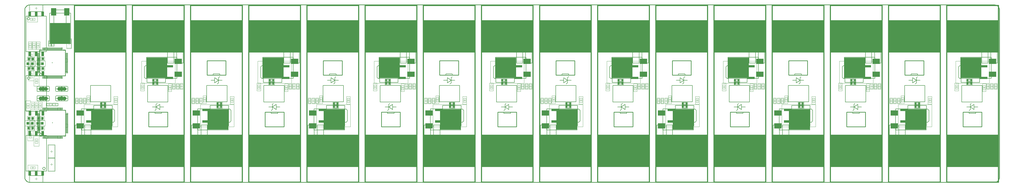
<source format=gbp>
G04*
G04 #@! TF.GenerationSoftware,Altium Limited,Altium Designer,18.1.9 (240)*
G04*
G04 Layer_Color=128*
%FSLAX25Y25*%
%MOIN*%
G70*
G01*
G75*
%ADD11C,0.01000*%
%ADD12C,0.00787*%
%ADD13C,0.00500*%
%ADD16C,0.00600*%
%ADD17C,0.05000*%
%ADD18C,0.00800*%
%ADD19C,0.00394*%
%ADD20C,0.00197*%
%ADD21C,0.01600*%
%ADD22C,0.00200*%
%ADD30R,0.04331X0.04331*%
%ADD35R,0.02756X0.03543*%
%ADD70R,0.80000X0.50000*%
%ADD71R,0.03543X0.03937*%
%ADD72R,0.31496X0.32283*%
%ADD73R,0.07874X0.11811*%
%ADD74R,0.04016X0.07677*%
%ADD75R,0.32283X0.31496*%
%ADD76R,0.11811X0.07874*%
G36*
X46949Y188583D02*
X45949D01*
Y189583D01*
X46949D01*
Y188583D01*
D02*
G37*
G36*
X1492922Y181808D02*
X1481522D01*
Y185208D01*
X1492922D01*
Y181808D01*
D02*
G37*
G36*
X1313001D02*
X1301601D01*
Y185208D01*
X1313001D01*
Y181808D01*
D02*
G37*
G36*
X1133079D02*
X1121679D01*
Y185208D01*
X1133079D01*
Y181808D01*
D02*
G37*
G36*
X953158D02*
X941758D01*
Y185208D01*
X953158D01*
Y181808D01*
D02*
G37*
G36*
X773237D02*
X761837D01*
Y185208D01*
X773237D01*
Y181808D01*
D02*
G37*
G36*
X593316D02*
X581916D01*
Y185208D01*
X593316D01*
Y181808D01*
D02*
G37*
G36*
X413394D02*
X401994D01*
Y185208D01*
X413394D01*
Y181808D01*
D02*
G37*
G36*
X233473D02*
X222073D01*
Y185208D01*
X233473D01*
Y181808D01*
D02*
G37*
G36*
X1461087Y174425D02*
X1460087D01*
Y175425D01*
X1461087D01*
Y174425D01*
D02*
G37*
G36*
X1281166D02*
X1280166D01*
Y175425D01*
X1281166D01*
Y174425D01*
D02*
G37*
G36*
X1101244D02*
X1100244D01*
Y175425D01*
X1101244D01*
Y174425D01*
D02*
G37*
G36*
X921323D02*
X920323D01*
Y175425D01*
X921323D01*
Y174425D01*
D02*
G37*
G36*
X741402D02*
X740402D01*
Y175425D01*
X741402D01*
Y174425D01*
D02*
G37*
G36*
X561481D02*
X560481D01*
Y175425D01*
X561481D01*
Y174425D01*
D02*
G37*
G36*
X381559D02*
X380559D01*
Y175425D01*
X381559D01*
Y174425D01*
D02*
G37*
G36*
X201638D02*
X200638D01*
Y175425D01*
X201638D01*
Y174425D01*
D02*
G37*
G36*
X1492922Y163808D02*
X1481522D01*
Y167208D01*
X1492922D01*
Y163808D01*
D02*
G37*
G36*
X1313001D02*
X1301601D01*
Y167208D01*
X1313001D01*
Y163808D01*
D02*
G37*
G36*
X1133079D02*
X1121679D01*
Y167208D01*
X1133079D01*
Y163808D01*
D02*
G37*
G36*
X953158D02*
X941758D01*
Y167208D01*
X953158D01*
Y163808D01*
D02*
G37*
G36*
X773237D02*
X761837D01*
Y167208D01*
X773237D01*
Y163808D01*
D02*
G37*
G36*
X593316D02*
X581916D01*
Y167208D01*
X593316D01*
Y163808D01*
D02*
G37*
G36*
X413394D02*
X401994D01*
Y167208D01*
X413394D01*
Y163808D01*
D02*
G37*
G36*
X233473D02*
X222073D01*
Y167208D01*
X233473D01*
Y163808D01*
D02*
G37*
G36*
X63118Y145622D02*
X59118D01*
Y151622D01*
X63118D01*
Y145622D01*
D02*
G37*
G36*
X34386D02*
X30386D01*
Y151622D01*
X34386D01*
Y145622D01*
D02*
G37*
G36*
X63118Y130858D02*
X59118D01*
Y136858D01*
X63118D01*
Y130858D01*
D02*
G37*
G36*
X34386D02*
X30386D01*
Y136858D01*
X34386D01*
Y130858D01*
D02*
G37*
G36*
X1369757Y114322D02*
X1358357D01*
Y117722D01*
X1369757D01*
Y114322D01*
D02*
G37*
G36*
X1189836D02*
X1178436D01*
Y117722D01*
X1189836D01*
Y114322D01*
D02*
G37*
G36*
X1009915D02*
X998515D01*
Y117722D01*
X1009915D01*
Y114322D01*
D02*
G37*
G36*
X829994D02*
X818594D01*
Y117722D01*
X829994D01*
Y114322D01*
D02*
G37*
G36*
X650072D02*
X638672D01*
Y117722D01*
X650072D01*
Y114322D01*
D02*
G37*
G36*
X470151D02*
X458751D01*
Y117722D01*
X470151D01*
Y114322D01*
D02*
G37*
G36*
X290230D02*
X278830D01*
Y117722D01*
X290230D01*
Y114322D01*
D02*
G37*
G36*
X110309D02*
X98909D01*
Y117722D01*
X110309D01*
Y114322D01*
D02*
G37*
G36*
X1391192Y106105D02*
X1390192D01*
Y107105D01*
X1391192D01*
Y106105D01*
D02*
G37*
G36*
X1211271D02*
X1210271D01*
Y107105D01*
X1211271D01*
Y106105D01*
D02*
G37*
G36*
X1031350D02*
X1030350D01*
Y107105D01*
X1031350D01*
Y106105D01*
D02*
G37*
G36*
X851429D02*
X850429D01*
Y107105D01*
X851429D01*
Y106105D01*
D02*
G37*
G36*
X671507D02*
X670507D01*
Y107105D01*
X671507D01*
Y106105D01*
D02*
G37*
G36*
X491586D02*
X490586D01*
Y107105D01*
X491586D01*
Y106105D01*
D02*
G37*
G36*
X311665D02*
X310665D01*
Y107105D01*
X311665D01*
Y106105D01*
D02*
G37*
G36*
X131744D02*
X130744D01*
Y107105D01*
X131744D01*
Y106105D01*
D02*
G37*
G36*
X1369757Y96322D02*
X1358357D01*
Y99722D01*
X1369757D01*
Y96322D01*
D02*
G37*
G36*
X1189836D02*
X1178436D01*
Y99722D01*
X1189836D01*
Y96322D01*
D02*
G37*
G36*
X1009915D02*
X998515D01*
Y99722D01*
X1009915D01*
Y96322D01*
D02*
G37*
G36*
X829994D02*
X818594D01*
Y99722D01*
X829994D01*
Y96322D01*
D02*
G37*
G36*
X650072D02*
X638672D01*
Y99722D01*
X650072D01*
Y96322D01*
D02*
G37*
G36*
X470151D02*
X458751D01*
Y99722D01*
X470151D01*
Y96322D01*
D02*
G37*
G36*
X290230D02*
X278830D01*
Y99722D01*
X290230D01*
Y96322D01*
D02*
G37*
G36*
X110309D02*
X98909D01*
Y99722D01*
X110309D01*
Y96322D01*
D02*
G37*
G36*
X47244Y95472D02*
X46244D01*
Y96472D01*
X47244D01*
Y95472D01*
D02*
G37*
D11*
X1511614Y270866D02*
X1511561Y271882D01*
X1511375Y272882D01*
X1511060Y273849D01*
X1510622Y274767D01*
X1510067Y275620D01*
X1509406Y276393D01*
X1508650Y277074D01*
X1507812Y277649D01*
X1506905Y278111D01*
X1505946Y278450D01*
X1504951Y278661D01*
X1503937Y278740D01*
X1503937Y3937D02*
X1504951Y4016D01*
X1505946Y4227D01*
X1506905Y4566D01*
X1507812Y5028D01*
X1508650Y5604D01*
X1509406Y6284D01*
X1510067Y7057D01*
X1510622Y7910D01*
X1511060Y8828D01*
X1511375Y9795D01*
X1511561Y10795D01*
X1511614Y11811D01*
X3937Y11811D02*
X4004Y10783D01*
X4205Y9773D01*
X4536Y8798D01*
X4992Y7874D01*
X5564Y7018D01*
X6243Y6243D01*
X7018Y5564D01*
X7874Y4992D01*
X8798Y4536D01*
X9773Y4205D01*
X10783Y4004D01*
X11811Y3937D01*
Y278740D02*
X10783Y278673D01*
X9773Y278472D01*
X8798Y278141D01*
X7874Y277685D01*
X7018Y277113D01*
X6243Y276434D01*
X5564Y275659D01*
X4992Y274803D01*
X4536Y273879D01*
X4205Y272904D01*
X4004Y271894D01*
X3937Y270866D01*
X11811Y278740D02*
X1478740Y278740D01*
X3937Y270866D02*
X3937Y11811D01*
X11811Y3937D02*
X1478740Y3937D01*
X1511614Y11811D02*
Y74803D01*
X1478740Y3937D02*
X1503937D01*
X1511614Y207874D02*
Y270866D01*
X1478740Y278740D02*
X1503937D01*
X1511614Y74803D02*
Y207874D01*
X1095453Y89991D02*
Y112629D01*
Y89991D02*
X1124587D01*
Y112629D01*
X1095453D02*
X1124587D01*
X375768Y89991D02*
Y112629D01*
Y89991D02*
X404902D01*
Y112629D01*
X375768D02*
X404902D01*
X735610Y89991D02*
Y112629D01*
Y89991D02*
X764744D01*
Y112629D01*
X735610D02*
X764744D01*
X195846Y89991D02*
Y112629D01*
Y89991D02*
X224980D01*
Y112629D01*
X195846D02*
X224980D01*
X1455295D02*
X1484429D01*
Y89991D02*
Y112629D01*
X1455295Y89991D02*
X1484429D01*
X1455295D02*
Y112629D01*
X1365472Y169734D02*
X1394606D01*
X1365472D02*
Y192372D01*
X1394606D01*
Y169734D02*
Y192372D01*
X1275374Y112629D02*
X1304508D01*
Y89991D02*
Y112629D01*
X1275374Y89991D02*
X1304508D01*
X1275374D02*
Y112629D01*
X1185551Y169734D02*
X1214685D01*
X1185551D02*
Y192372D01*
X1214685D01*
Y169734D02*
Y192372D01*
X1005630Y169734D02*
X1034764D01*
X1005630D02*
Y192372D01*
X1034764D01*
Y169734D02*
Y192372D01*
X915532Y112629D02*
X944666D01*
Y89991D02*
Y112629D01*
X915532Y89991D02*
X944666D01*
X915532D02*
Y112629D01*
X825709Y169734D02*
X854843D01*
X825709D02*
Y192372D01*
X854843D01*
Y169734D02*
Y192372D01*
X645787Y169734D02*
X674921D01*
X645787D02*
Y192372D01*
X674921D01*
Y169734D02*
Y192372D01*
X555689Y112629D02*
X584823D01*
Y89991D02*
Y112629D01*
X555689Y89991D02*
X584823D01*
X555689D02*
Y112629D01*
X465866Y169734D02*
X495000D01*
X465866D02*
Y192372D01*
X495000D01*
Y169734D02*
Y192372D01*
X285945Y169734D02*
X315079D01*
X285945D02*
Y192372D01*
X315079D01*
Y169734D02*
Y192372D01*
D12*
X1115138Y110434D02*
Y112402D01*
X1104902Y110434D02*
Y112402D01*
Y110434D02*
X1115138D01*
X395453D02*
Y112402D01*
X385217Y110434D02*
Y112402D01*
Y110434D02*
X395453D01*
X755295D02*
Y112402D01*
X745059Y110434D02*
Y112402D01*
Y110434D02*
X755295D01*
X215531D02*
Y112402D01*
X205295Y110434D02*
Y112402D01*
Y110434D02*
X215531D01*
X1464744D02*
X1474980D01*
X1464744D02*
Y112402D01*
X1474980Y110434D02*
Y112402D01*
X1374921Y171929D02*
X1385157D01*
Y169961D02*
Y171929D01*
X1374921Y169961D02*
Y171929D01*
X1284823Y110434D02*
X1295059D01*
X1284823D02*
Y112402D01*
X1295059Y110434D02*
Y112402D01*
X1195000Y171929D02*
X1205236D01*
Y169961D02*
Y171929D01*
X1195000Y169961D02*
Y171929D01*
X1015079D02*
X1025315D01*
Y169961D02*
Y171929D01*
X1015079Y169961D02*
Y171929D01*
X924981Y110434D02*
X935217D01*
X924981D02*
Y112402D01*
X935217Y110434D02*
Y112402D01*
X835158Y171929D02*
X845394D01*
Y169961D02*
Y171929D01*
X835158Y169961D02*
Y171929D01*
X655236D02*
X665472D01*
Y169961D02*
Y171929D01*
X655236Y169961D02*
Y171929D01*
X565138Y110434D02*
X575374D01*
X565138D02*
Y112402D01*
X575374Y110434D02*
Y112402D01*
X475315Y171929D02*
X485551D01*
Y169961D02*
Y171929D01*
X475315Y169961D02*
Y171929D01*
X295394D02*
X305630D01*
Y169961D02*
Y171929D01*
X295394Y169961D02*
Y171929D01*
D13*
X35630Y25197D02*
X35367Y26181D01*
X34646Y26902D01*
X33661Y27166D01*
X32677Y26902D01*
X31956Y26181D01*
X31692Y25197D01*
X31956Y24212D01*
X32677Y23492D01*
X33661Y23228D01*
X34646Y23492D01*
X35367Y24212D01*
X35630Y25197D01*
X11812Y257382D02*
X11548Y258366D01*
X10827Y259087D01*
X9843Y259351D01*
X8858Y259087D01*
X8137Y258366D01*
X7874Y257382D01*
X8137Y256397D01*
X8858Y255677D01*
X9843Y255413D01*
X10827Y255677D01*
X11548Y256397D01*
X11812Y257382D01*
X12107Y165157D02*
X11843Y166142D01*
X11122Y166863D01*
X10138Y167126D01*
X9153Y166863D01*
X8433Y166142D01*
X8169Y165157D01*
X8433Y164173D01*
X9153Y163452D01*
X10138Y163188D01*
X11122Y163452D01*
X11843Y164173D01*
X12107Y165157D01*
X1112657Y120513D02*
X1118563D01*
X1112657Y116576D02*
Y120513D01*
X1106752D02*
X1112657Y116576D01*
X1106752Y120513D02*
X1112657Y124450D01*
Y120513D02*
Y124450D01*
X1106752Y120513D02*
Y124450D01*
X1108524Y126221D01*
X1106752Y116576D02*
Y120513D01*
X1104980Y114804D02*
X1106752Y116576D01*
X1101043Y120513D02*
X1106752D01*
X392972D02*
X398878D01*
X392972Y116576D02*
Y120513D01*
X387067D02*
X392972Y116576D01*
X387067Y120513D02*
X392972Y124450D01*
Y120513D02*
Y124450D01*
X387067Y120513D02*
Y124450D01*
X388839Y126221D01*
X387067Y116576D02*
Y120513D01*
X385295Y114804D02*
X387067Y116576D01*
X381358Y120513D02*
X387067D01*
X752814D02*
X758720D01*
X752814Y116576D02*
Y120513D01*
X746909D02*
X752814Y116576D01*
X746909Y120513D02*
X752814Y124450D01*
Y120513D02*
Y124450D01*
X746909Y120513D02*
Y124450D01*
X748681Y126221D01*
X746909Y116576D02*
Y120513D01*
X745137Y114804D02*
X746909Y116576D01*
X741200Y120513D02*
X746909D01*
X82087Y92520D02*
X91929D01*
X82087Y68898D02*
Y92520D01*
X91929Y68898D02*
Y92520D01*
X82087Y68898D02*
X91929D01*
X1484252Y212008D02*
X1494094D01*
X1484252Y188386D02*
Y212008D01*
Y188386D02*
X1494094D01*
Y212008D01*
X1356103Y68898D02*
X1365945D01*
Y92520D01*
X1356103D02*
X1365945D01*
X1356103Y68898D02*
Y92520D01*
X1304331Y212008D02*
X1314173D01*
X1304331Y188386D02*
Y212008D01*
Y188386D02*
X1314173D01*
Y212008D01*
X1176181Y68898D02*
X1186023D01*
Y92520D01*
X1176181D02*
X1186023D01*
X1176181Y68898D02*
Y92520D01*
X1124410Y212008D02*
X1134252D01*
X1124410Y188386D02*
Y212008D01*
Y188386D02*
X1134252D01*
Y212008D01*
X996260Y68898D02*
X1006102D01*
Y92520D01*
X996260D02*
X1006102D01*
X996260Y68898D02*
Y92520D01*
X944489Y212008D02*
X954331D01*
X944489Y188386D02*
Y212008D01*
Y188386D02*
X954331D01*
Y212008D01*
X816339Y68898D02*
X826181D01*
Y92520D01*
X816339D02*
X826181D01*
X816339Y68898D02*
Y92520D01*
X764567Y212008D02*
X774409D01*
X764567Y188386D02*
Y212008D01*
Y188386D02*
X774409D01*
Y212008D01*
X636418Y68898D02*
X646260D01*
Y92520D01*
X636418D02*
X646260D01*
X636418Y68898D02*
Y92520D01*
X584646Y212008D02*
X594488D01*
X584646Y188386D02*
Y212008D01*
Y188386D02*
X594488D01*
Y212008D01*
X456496Y68898D02*
X466338D01*
Y92520D01*
X456496D02*
X466338D01*
X456496Y68898D02*
Y92520D01*
X404725Y212008D02*
X414567D01*
X404725Y188386D02*
Y212008D01*
Y188386D02*
X414567D01*
Y212008D01*
X276575Y68898D02*
X286417D01*
Y92520D01*
X276575D02*
X286417D01*
X276575Y68898D02*
Y92520D01*
X224803Y212008D02*
X234645D01*
X224803Y188386D02*
Y212008D01*
Y188386D02*
X234645D01*
Y212008D01*
X96654Y68898D02*
X106496D01*
Y92520D01*
X96654D02*
X106496D01*
X96654Y68898D02*
Y92520D01*
X1498524Y188386D02*
X1508366D01*
Y212008D01*
X1498524D02*
X1508366D01*
X1498524Y188386D02*
Y212008D01*
X1341536Y92520D02*
X1351378D01*
X1341536Y68898D02*
Y92520D01*
Y68898D02*
X1351378D01*
Y92520D01*
X1318603Y188386D02*
X1328445D01*
Y212008D01*
X1318603D02*
X1328445D01*
X1318603Y188386D02*
Y212008D01*
X1161614Y92520D02*
X1171456D01*
X1161614Y68898D02*
Y92520D01*
Y68898D02*
X1171456D01*
Y92520D01*
X1138681Y188386D02*
X1148523D01*
Y212008D01*
X1138681D02*
X1148523D01*
X1138681Y188386D02*
Y212008D01*
X981693Y92520D02*
X991535D01*
X981693Y68898D02*
Y92520D01*
Y68898D02*
X991535D01*
Y92520D01*
X958760Y188386D02*
X968602D01*
Y212008D01*
X958760D02*
X968602D01*
X958760Y188386D02*
Y212008D01*
X801772Y92520D02*
X811614D01*
X801772Y68898D02*
Y92520D01*
Y68898D02*
X811614D01*
Y92520D01*
X778839Y188386D02*
X788681D01*
Y212008D01*
X778839D02*
X788681D01*
X778839Y188386D02*
Y212008D01*
X621851Y92520D02*
X631693D01*
X621851Y68898D02*
Y92520D01*
Y68898D02*
X631693D01*
Y92520D01*
X598918Y188386D02*
X608760D01*
Y212008D01*
X598918D02*
X608760D01*
X598918Y188386D02*
Y212008D01*
X441929Y92520D02*
X451771D01*
X441929Y68898D02*
Y92520D01*
Y68898D02*
X451771D01*
Y92520D01*
X418996Y188386D02*
X428838D01*
Y212008D01*
X418996D02*
X428838D01*
X418996Y188386D02*
Y212008D01*
X262008Y92520D02*
X271850D01*
X262008Y68898D02*
Y92520D01*
Y68898D02*
X271850D01*
Y92520D01*
X239075Y188386D02*
X248917D01*
Y212008D01*
X239075D02*
X248917D01*
X239075Y188386D02*
Y212008D01*
X42520Y218504D02*
X75198D01*
Y221850D01*
Y265748D01*
X74607D02*
X75198D01*
X42520D02*
X74607D01*
X42520Y218504D02*
Y265748D01*
X6102Y76378D02*
X37598D01*
X6102Y21260D02*
Y76378D01*
Y21260D02*
X37598D01*
Y76378D01*
X5906Y206201D02*
X37402D01*
Y261319D01*
X5906D02*
X37402D01*
X5906Y206201D02*
Y261319D01*
X6201Y113976D02*
X37697D01*
Y169094D01*
X6201D02*
X37697D01*
X6201Y113976D02*
Y169094D01*
X68110Y238583D02*
Y270866D01*
X49212D02*
X68110D01*
X49212Y238583D02*
Y270866D01*
Y238583D02*
X68110D01*
X192224Y164960D02*
Y197638D01*
Y164960D02*
X195570D01*
X239468D01*
Y165551D01*
Y197638D01*
X192224D02*
X239468D01*
X213050Y120513D02*
X218956D01*
X213050Y116576D02*
Y120513D01*
X207145D02*
X213050Y116576D01*
X207145Y120513D02*
X213050Y124450D01*
Y120513D02*
Y124450D01*
X207145Y120513D02*
Y124450D01*
X208917Y126221D01*
X207145Y116576D02*
Y120513D01*
X205373Y114804D02*
X207145Y116576D01*
X201436Y120513D02*
X207145D01*
X1451673Y164960D02*
Y197638D01*
Y164960D02*
X1455019D01*
X1498917D01*
Y165551D01*
Y197638D01*
X1451673D02*
X1498917D01*
X1398229Y84842D02*
Y117520D01*
X1394883D02*
X1398229D01*
X1350985D02*
X1394883D01*
X1350985Y116929D02*
Y117520D01*
Y84842D02*
Y116929D01*
Y84842D02*
X1398229D01*
X1271752Y164960D02*
Y197638D01*
Y164960D02*
X1275098D01*
X1318996D01*
Y165551D01*
Y197638D01*
X1271752D02*
X1318996D01*
X1218308Y84842D02*
Y117520D01*
X1214962D02*
X1218308D01*
X1171064D02*
X1214962D01*
X1171064Y116929D02*
Y117520D01*
Y84842D02*
Y116929D01*
Y84842D02*
X1218308D01*
X1091830Y164960D02*
Y197638D01*
Y164960D02*
X1095176D01*
X1139074D01*
Y165551D01*
Y197638D01*
X1091830D02*
X1139074D01*
X991142Y84842D02*
X1038386D01*
X991142D02*
Y116929D01*
Y117520D01*
X1035040D01*
X1038386D01*
Y84842D02*
Y117520D01*
X911909Y164960D02*
Y197638D01*
Y164960D02*
X915255D01*
X959153D01*
Y165551D01*
Y197638D01*
X911909D02*
X959153D01*
X858465Y84842D02*
Y117520D01*
X855119D02*
X858465D01*
X811221D02*
X855119D01*
X811221Y116929D02*
Y117520D01*
Y84842D02*
Y116929D01*
Y84842D02*
X858465D01*
X731988Y164960D02*
Y197638D01*
Y164960D02*
X735334D01*
X779232D01*
Y165551D01*
Y197638D01*
X731988D02*
X779232D01*
X678544Y84842D02*
Y117520D01*
X675198D02*
X678544D01*
X631300D02*
X675198D01*
X631300Y116929D02*
Y117520D01*
Y84842D02*
Y116929D01*
Y84842D02*
X678544D01*
X552067Y164960D02*
Y197638D01*
Y164960D02*
X555412D01*
X599310D01*
Y165551D01*
Y197638D01*
X552067D02*
X599310D01*
X498623Y84842D02*
Y117520D01*
X495276D02*
X498623D01*
X451378D02*
X495276D01*
X451378Y116929D02*
Y117520D01*
Y84842D02*
Y116929D01*
Y84842D02*
X498623D01*
X372145Y164960D02*
Y197638D01*
Y164960D02*
X375491D01*
X419389D01*
Y165551D01*
Y197638D01*
X372145D02*
X419389D01*
X318701Y84842D02*
Y117520D01*
X315355D02*
X318701D01*
X271457D02*
X315355D01*
X271457Y116929D02*
Y117520D01*
Y84842D02*
Y116929D01*
Y84842D02*
X318701D01*
X1460885Y120513D02*
X1466594D01*
X1464822Y114804D02*
X1466594Y116576D01*
Y120513D01*
Y124450D02*
X1468366Y126221D01*
X1466594Y120513D02*
Y124450D01*
X1472499Y120513D02*
Y124450D01*
X1466594Y120513D02*
X1472499Y124450D01*
X1466594Y120513D02*
X1472499Y116576D01*
Y120513D01*
X1478405D01*
X1383307Y161850D02*
X1389016D01*
X1383307Y165787D02*
X1385079Y167559D01*
X1383307Y161850D02*
Y165787D01*
X1381535Y156142D02*
X1383307Y157913D01*
Y161850D01*
X1377402Y157913D02*
Y161850D01*
Y157913D02*
X1383307Y161850D01*
X1377402Y165787D02*
X1383307Y161850D01*
X1377402D02*
Y165787D01*
X1371496Y161850D02*
X1377402D01*
X1280964Y120513D02*
X1286673D01*
X1284901Y114804D02*
X1286673Y116576D01*
Y120513D01*
Y124450D02*
X1288445Y126221D01*
X1286673Y120513D02*
Y124450D01*
X1292578Y120513D02*
Y124450D01*
X1286673Y120513D02*
X1292578Y124450D01*
X1286673Y120513D02*
X1292578Y116576D01*
Y120513D01*
X1298484D01*
X1203386Y161850D02*
X1209095D01*
X1203386Y165787D02*
X1205158Y167559D01*
X1203386Y161850D02*
Y165787D01*
X1201614Y156142D02*
X1203386Y157913D01*
Y161850D01*
X1197481Y157913D02*
Y161850D01*
Y157913D02*
X1203386Y161850D01*
X1197481Y165787D02*
X1203386Y161850D01*
X1197481D02*
Y165787D01*
X1191575Y161850D02*
X1197481D01*
X1023465D02*
X1029174D01*
X1023465Y165787D02*
X1025237Y167559D01*
X1023465Y161850D02*
Y165787D01*
X1021693Y156142D02*
X1023465Y157913D01*
Y161850D01*
X1017560Y157913D02*
Y161850D01*
Y157913D02*
X1023465Y161850D01*
X1017560Y165787D02*
X1023465Y161850D01*
X1017560D02*
Y165787D01*
X1011654Y161850D02*
X1017560D01*
X921122Y120513D02*
X926830D01*
X925058Y114804D02*
X926830Y116576D01*
Y120513D01*
Y124450D02*
X928603Y126221D01*
X926830Y120513D02*
Y124450D01*
X932736Y120513D02*
Y124450D01*
X926830Y120513D02*
X932736Y124450D01*
X926830Y120513D02*
X932736Y116576D01*
Y120513D01*
X938641D01*
X843544Y161850D02*
X849253D01*
X843544Y165787D02*
X845316Y167559D01*
X843544Y161850D02*
Y165787D01*
X841772Y156142D02*
X843544Y157913D01*
Y161850D01*
X837639Y157913D02*
Y161850D01*
Y157913D02*
X843544Y161850D01*
X837639Y165787D02*
X843544Y161850D01*
X837639D02*
Y165787D01*
X831733Y161850D02*
X837639D01*
X663622D02*
X669331D01*
X663622Y165787D02*
X665394Y167559D01*
X663622Y161850D02*
Y165787D01*
X661850Y156142D02*
X663622Y157913D01*
Y161850D01*
X657717Y157913D02*
Y161850D01*
Y157913D02*
X663622Y161850D01*
X657717Y165787D02*
X663622Y161850D01*
X657717D02*
Y165787D01*
X651811Y161850D02*
X657717D01*
X561279Y120513D02*
X566988D01*
X565216Y114804D02*
X566988Y116576D01*
Y120513D01*
Y124450D02*
X568760Y126221D01*
X566988Y120513D02*
Y124450D01*
X572893Y120513D02*
Y124450D01*
X566988Y120513D02*
X572893Y124450D01*
X566988Y120513D02*
X572893Y116576D01*
Y120513D01*
X578799D01*
X483701Y161850D02*
X489410D01*
X483701Y165787D02*
X485473Y167559D01*
X483701Y161850D02*
Y165787D01*
X481929Y156142D02*
X483701Y157913D01*
Y161850D01*
X477796Y157913D02*
Y161850D01*
Y157913D02*
X483701Y161850D01*
X477796Y165787D02*
X483701Y161850D01*
X477796D02*
Y165787D01*
X471890Y161850D02*
X477796D01*
X303780D02*
X309489D01*
X303780Y165787D02*
X305552Y167559D01*
X303780Y161850D02*
Y165787D01*
X302008Y156142D02*
X303780Y157913D01*
Y161850D01*
X297875Y157913D02*
Y161850D01*
Y157913D02*
X303780Y161850D01*
X297875Y165787D02*
X303780Y161850D01*
X297875D02*
Y165787D01*
X291969Y161850D02*
X297875D01*
X91536Y84842D02*
X138780D01*
X91536D02*
Y116929D01*
Y117520D01*
X135434D01*
X138780D01*
Y84842D02*
Y117520D01*
D16*
X1093563Y153977D02*
X1125059D01*
X1093563Y128347D02*
Y153977D01*
Y128347D02*
X1125059D01*
Y153977D01*
X373878D02*
X405374D01*
X373878Y128347D02*
Y153977D01*
Y128347D02*
X405374D01*
Y153977D01*
X733720D02*
X765216D01*
X733720Y128347D02*
Y153977D01*
Y128347D02*
X765216D01*
Y153977D01*
X105552Y128386D02*
Y154016D01*
X137048D01*
Y128386D02*
Y154016D01*
X105552Y128386D02*
X137048D01*
X193956Y153977D02*
X225452D01*
X193956Y128347D02*
Y153977D01*
Y128347D02*
X225452D01*
Y153977D01*
X1484901Y128347D02*
Y153977D01*
X1453405Y128347D02*
X1484901D01*
X1453405D02*
Y153977D01*
X1484901D01*
X1365000Y128386D02*
Y154016D01*
X1396496D01*
Y128386D02*
Y154016D01*
X1365000Y128386D02*
X1396496D01*
X1304980Y128347D02*
Y153977D01*
X1273484Y128347D02*
X1304980D01*
X1273484D02*
Y153977D01*
X1304980D01*
X1185079Y128386D02*
Y154016D01*
X1216575D01*
Y128386D02*
Y154016D01*
X1185079Y128386D02*
X1216575D01*
X1005158D02*
Y154016D01*
X1036654D01*
Y128386D02*
Y154016D01*
X1005158Y128386D02*
X1036654D01*
X945138Y128347D02*
Y153977D01*
X913641Y128347D02*
X945138D01*
X913641D02*
Y153977D01*
X945138D01*
X825237Y128386D02*
Y154016D01*
X856733D01*
Y128386D02*
Y154016D01*
X825237Y128386D02*
X856733D01*
X645315D02*
Y154016D01*
X676811D01*
Y128386D02*
Y154016D01*
X645315Y128386D02*
X676811D01*
X585295Y128347D02*
Y153977D01*
X553799Y128347D02*
X585295D01*
X553799D02*
Y153977D01*
X585295D01*
X465394Y128386D02*
Y154016D01*
X496890D01*
Y128386D02*
Y154016D01*
X465394Y128386D02*
X496890D01*
X285473D02*
Y154016D01*
X316969D01*
Y128386D02*
Y154016D01*
X285473Y128386D02*
X316969D01*
X27544Y75772D02*
X66944D01*
X27544D02*
Y115172D01*
X66944D01*
Y75772D02*
Y115172D01*
X27544Y80772D02*
X32544Y75772D01*
X31944Y115172D02*
Y119072D01*
X33044D01*
Y115172D02*
Y119072D01*
X31944Y115172D02*
X33044D01*
X33944D02*
Y119072D01*
X34944D01*
Y115172D02*
Y119072D01*
X33944Y115172D02*
X34944D01*
X35844D02*
Y119072D01*
X36944D01*
Y115172D02*
Y119072D01*
X35844Y115172D02*
X36944D01*
X37844D02*
Y119072D01*
X38944D01*
Y115172D02*
Y119072D01*
X37844Y115172D02*
X38944D01*
X39844D02*
Y119072D01*
X40844D01*
Y115172D02*
Y119072D01*
X39844Y115172D02*
X40844D01*
X41744D02*
Y119072D01*
X42844D01*
Y115172D02*
Y119072D01*
X41744Y115172D02*
X42844D01*
X43744D02*
Y119072D01*
X44844D01*
Y115172D02*
Y119072D01*
X43744Y115172D02*
X44844D01*
X45744D02*
Y119072D01*
X46744D01*
Y115172D02*
Y119072D01*
X45744Y115172D02*
X46744D01*
X47744D02*
Y119072D01*
X48744D01*
Y115172D02*
Y119072D01*
X47744Y115172D02*
X48744D01*
X49644D02*
Y119072D01*
X50744D01*
Y115172D02*
Y119072D01*
X49644Y115172D02*
X50744D01*
X51644D02*
Y119072D01*
X52744D01*
Y115172D02*
Y119072D01*
X51644Y115172D02*
X52744D01*
X53644D02*
Y119072D01*
X54644D01*
Y115172D02*
Y119072D01*
X53644Y115172D02*
X54644D01*
X55544D02*
Y119072D01*
X56644D01*
Y115172D02*
Y119072D01*
X55544Y115172D02*
X56644D01*
X57544D02*
Y119072D01*
X58644D01*
Y115172D02*
Y119072D01*
X57544Y115172D02*
X58644D01*
X59544D02*
Y119072D01*
X60544D01*
Y115172D02*
Y119072D01*
X59544Y115172D02*
X60544D01*
X61444D02*
Y119072D01*
X62544D01*
Y115172D02*
Y119072D01*
X61444Y115172D02*
X62544D01*
X66944Y110772D02*
X70844D01*
Y109672D02*
Y110772D01*
X66944Y109672D02*
X70844D01*
X66944D02*
Y110772D01*
Y108772D02*
X70844D01*
Y107772D02*
Y108772D01*
X66944Y107772D02*
X70844D01*
X66944D02*
Y108772D01*
Y106872D02*
X70844D01*
Y105772D02*
Y106872D01*
X66944Y105772D02*
X70844D01*
X66944D02*
Y106872D01*
Y104872D02*
X70844D01*
Y103772D02*
Y104872D01*
X66944Y103772D02*
X70844D01*
X66944D02*
Y104872D01*
Y102872D02*
X70844D01*
Y101872D02*
Y102872D01*
X66944Y101872D02*
X70844D01*
X66944D02*
Y102872D01*
Y100972D02*
X70844D01*
Y99872D02*
Y100972D01*
X66944Y99872D02*
X70844D01*
X66944D02*
Y100972D01*
Y98972D02*
X70844D01*
Y97872D02*
Y98972D01*
X66944Y97872D02*
X70844D01*
X66944D02*
Y98972D01*
Y96972D02*
X70844D01*
Y95972D02*
Y96972D01*
X66944Y95972D02*
X70844D01*
X66944D02*
Y96972D01*
Y94972D02*
X70844D01*
Y93972D02*
Y94972D01*
X66944Y93972D02*
X70844D01*
X66944D02*
Y94972D01*
Y93072D02*
X70844D01*
Y91972D02*
Y93072D01*
X66944Y91972D02*
X70844D01*
X66944D02*
Y93072D01*
Y91072D02*
X70844D01*
Y89972D02*
Y91072D01*
X66944Y89972D02*
X70844D01*
X66944D02*
Y91072D01*
Y89072D02*
X70844D01*
Y88072D02*
Y89072D01*
X66944Y88072D02*
X70844D01*
X66944D02*
Y89072D01*
Y87172D02*
X70844D01*
Y86072D02*
Y87172D01*
X66944Y86072D02*
X70844D01*
X66944D02*
Y87172D01*
Y85172D02*
X70844D01*
Y84072D02*
Y85172D01*
X66944Y84072D02*
X70844D01*
X66944D02*
Y85172D01*
Y83172D02*
X70844D01*
Y82172D02*
Y83172D01*
X66944Y82172D02*
X70844D01*
X66944D02*
Y83172D01*
Y81272D02*
X70844D01*
Y80172D02*
Y81272D01*
X66944Y80172D02*
X70844D01*
X66944D02*
Y81272D01*
X62544Y71872D02*
Y75772D01*
X61444Y71872D02*
X62544D01*
X61444D02*
Y75772D01*
X62544D01*
X60544Y71872D02*
Y75772D01*
X59544Y71872D02*
X60544D01*
X59544D02*
Y75772D01*
X60544D01*
X58644Y71872D02*
Y75772D01*
X57544Y71872D02*
X58644D01*
X57544D02*
Y75772D01*
X58644D01*
X56644Y71872D02*
Y75772D01*
X55544Y71872D02*
X56644D01*
X55544D02*
Y75772D01*
X56644D01*
X54644Y71872D02*
Y75772D01*
X53644Y71872D02*
X54644D01*
X53644D02*
Y75772D01*
X54644D01*
X52744Y71872D02*
Y75772D01*
X51644Y71872D02*
X52744D01*
X51644D02*
Y75772D01*
X52744D01*
X50744Y71872D02*
Y75772D01*
X49644Y71872D02*
X50744D01*
X49644D02*
Y75772D01*
X50744D01*
X48744Y71872D02*
Y75772D01*
X47744Y71872D02*
X48744D01*
X47744D02*
Y75772D01*
X48744D01*
X46744Y71872D02*
Y75772D01*
X45744Y71872D02*
X46744D01*
X45744D02*
Y75772D01*
X46744D01*
X44844Y71872D02*
Y75772D01*
X43744Y71872D02*
X44844D01*
X43744D02*
Y75772D01*
X44844D01*
X42844Y71872D02*
Y75772D01*
X41744Y71872D02*
X42844D01*
X41744D02*
Y75772D01*
X42844D01*
X40844Y71872D02*
Y75772D01*
X39844Y71872D02*
X40844D01*
X39844D02*
Y75772D01*
X40844D01*
X38944Y71872D02*
Y75772D01*
X37844Y71872D02*
X38944D01*
X37844D02*
Y75772D01*
X38944D01*
X36944Y71872D02*
Y75772D01*
X35844Y71872D02*
X36944D01*
X35844D02*
Y75772D01*
X36944D01*
X34944Y71872D02*
Y75772D01*
X33944Y71872D02*
X34944D01*
X33944D02*
Y75772D01*
X34944D01*
X33044Y71872D02*
Y75772D01*
X31944Y71872D02*
X33044D01*
X31944D02*
Y75772D01*
X32544D01*
X33044D01*
X23644Y80172D02*
X27544D01*
X23644D02*
Y81272D01*
X27544D01*
Y80772D02*
Y81272D01*
Y80172D02*
Y80772D01*
X23644Y82172D02*
X27544D01*
X23644D02*
Y83172D01*
X27544D01*
Y82172D02*
Y83172D01*
X23644Y84072D02*
X27544D01*
X23644D02*
Y85172D01*
X27544D01*
Y84072D02*
Y85172D01*
X23644Y86072D02*
X27544D01*
X23644D02*
Y87172D01*
X27544D01*
Y86072D02*
Y87172D01*
X23644Y88072D02*
X27544D01*
X23644D02*
Y89072D01*
X27544D01*
Y88072D02*
Y89072D01*
X23644Y89972D02*
X27544D01*
X23644D02*
Y91072D01*
X27544D01*
Y89972D02*
Y91072D01*
X23644Y91972D02*
X27544D01*
X23644D02*
Y93072D01*
X27544D01*
Y91972D02*
Y93072D01*
X23644Y93972D02*
X27544D01*
X23644D02*
Y94972D01*
X27544D01*
Y93972D02*
Y94972D01*
X23644Y95972D02*
X27544D01*
X23644D02*
Y96972D01*
X27544D01*
Y95972D02*
Y96972D01*
X23644Y97872D02*
X27544D01*
X23644D02*
Y98972D01*
X27544D01*
Y97872D02*
Y98972D01*
X23644Y99872D02*
X27544D01*
X23644D02*
Y100972D01*
X27544D01*
Y99872D02*
Y100972D01*
X23644Y101872D02*
X27544D01*
X23644D02*
Y102872D01*
X27544D01*
Y101872D02*
Y102872D01*
X23644Y103772D02*
X27544D01*
X23644D02*
Y104872D01*
X27544D01*
Y103772D02*
Y104872D01*
X23644Y105772D02*
X27544D01*
X23644D02*
Y106872D01*
X27544D01*
Y105772D02*
Y106872D01*
X23644Y107772D02*
X27544D01*
X23644D02*
Y108772D01*
X27544D01*
Y107772D02*
Y108772D01*
X23644Y109672D02*
X27544D01*
X23644D02*
Y110772D01*
X27544D01*
Y109672D02*
Y110772D01*
X32386Y151622D02*
Y152622D01*
Y144622D02*
Y145622D01*
X39386Y148622D02*
X41386D01*
X23386D02*
X25386D01*
X32386Y136858D02*
Y137858D01*
Y129858D02*
Y130858D01*
X39386Y133858D02*
X41386D01*
X23386D02*
X25386D01*
X61118Y151622D02*
Y152622D01*
Y144622D02*
Y145622D01*
X68118Y148622D02*
X70118D01*
X52118D02*
X54118D01*
X61118Y136858D02*
Y137858D01*
Y129858D02*
Y130858D01*
X68118Y133858D02*
X70118D01*
X52118D02*
X54118D01*
X27249Y168883D02*
X66649D01*
X27249D02*
Y208283D01*
X66649D01*
Y168883D02*
Y208283D01*
X27249Y173883D02*
X32249Y168883D01*
X31649Y208283D02*
Y212183D01*
X32749D01*
Y208283D02*
Y212183D01*
X31649Y208283D02*
X32749D01*
X33649D02*
Y212183D01*
X34649D01*
Y208283D02*
Y212183D01*
X33649Y208283D02*
X34649D01*
X35549D02*
Y212183D01*
X36649D01*
Y208283D02*
Y212183D01*
X35549Y208283D02*
X36649D01*
X37549D02*
Y212183D01*
X38649D01*
Y208283D02*
Y212183D01*
X37549Y208283D02*
X38649D01*
X39549D02*
Y212183D01*
X40549D01*
Y208283D02*
Y212183D01*
X39549Y208283D02*
X40549D01*
X41449D02*
Y212183D01*
X42549D01*
Y208283D02*
Y212183D01*
X41449Y208283D02*
X42549D01*
X43449D02*
Y212183D01*
X44549D01*
Y208283D02*
Y212183D01*
X43449Y208283D02*
X44549D01*
X45449D02*
Y212183D01*
X46449D01*
Y208283D02*
Y212183D01*
X45449Y208283D02*
X46449D01*
X47449D02*
Y212183D01*
X48449D01*
Y208283D02*
Y212183D01*
X47449Y208283D02*
X48449D01*
X49349D02*
Y212183D01*
X50449D01*
Y208283D02*
Y212183D01*
X49349Y208283D02*
X50449D01*
X51349D02*
Y212183D01*
X52449D01*
Y208283D02*
Y212183D01*
X51349Y208283D02*
X52449D01*
X53349D02*
Y212183D01*
X54349D01*
Y208283D02*
Y212183D01*
X53349Y208283D02*
X54349D01*
X55249D02*
Y212183D01*
X56349D01*
Y208283D02*
Y212183D01*
X55249Y208283D02*
X56349D01*
X57249D02*
Y212183D01*
X58349D01*
Y208283D02*
Y212183D01*
X57249Y208283D02*
X58349D01*
X59249D02*
Y212183D01*
X60249D01*
Y208283D02*
Y212183D01*
X59249Y208283D02*
X60249D01*
X61149D02*
Y212183D01*
X62249D01*
Y208283D02*
Y212183D01*
X61149Y208283D02*
X62249D01*
X66649Y203883D02*
X70549D01*
Y202783D02*
Y203883D01*
X66649Y202783D02*
X70549D01*
X66649D02*
Y203883D01*
Y201883D02*
X70549D01*
Y200883D02*
Y201883D01*
X66649Y200883D02*
X70549D01*
X66649D02*
Y201883D01*
Y199983D02*
X70549D01*
Y198883D02*
Y199983D01*
X66649Y198883D02*
X70549D01*
X66649D02*
Y199983D01*
Y197983D02*
X70549D01*
Y196883D02*
Y197983D01*
X66649Y196883D02*
X70549D01*
X66649D02*
Y197983D01*
Y195983D02*
X70549D01*
Y194983D02*
Y195983D01*
X66649Y194983D02*
X70549D01*
X66649D02*
Y195983D01*
Y194083D02*
X70549D01*
Y192983D02*
Y194083D01*
X66649Y192983D02*
X70549D01*
X66649D02*
Y194083D01*
Y192083D02*
X70549D01*
Y190983D02*
Y192083D01*
X66649Y190983D02*
X70549D01*
X66649D02*
Y192083D01*
Y190083D02*
X70549D01*
Y189083D02*
Y190083D01*
X66649Y189083D02*
X70549D01*
X66649D02*
Y190083D01*
Y188083D02*
X70549D01*
Y187083D02*
Y188083D01*
X66649Y187083D02*
X70549D01*
X66649D02*
Y188083D01*
Y186183D02*
X70549D01*
Y185083D02*
Y186183D01*
X66649Y185083D02*
X70549D01*
X66649D02*
Y186183D01*
Y184183D02*
X70549D01*
Y183083D02*
Y184183D01*
X66649Y183083D02*
X70549D01*
X66649D02*
Y184183D01*
Y182183D02*
X70549D01*
Y181183D02*
Y182183D01*
X66649Y181183D02*
X70549D01*
X66649D02*
Y182183D01*
Y180283D02*
X70549D01*
Y179183D02*
Y180283D01*
X66649Y179183D02*
X70549D01*
X66649D02*
Y180283D01*
Y178283D02*
X70549D01*
Y177183D02*
Y178283D01*
X66649Y177183D02*
X70549D01*
X66649D02*
Y178283D01*
Y176283D02*
X70549D01*
Y175283D02*
Y176283D01*
X66649Y175283D02*
X70549D01*
X66649D02*
Y176283D01*
Y174383D02*
X70549D01*
Y173283D02*
Y174383D01*
X66649Y173283D02*
X70549D01*
X66649D02*
Y174383D01*
X62249Y164983D02*
Y168883D01*
X61149Y164983D02*
X62249D01*
X61149D02*
Y168883D01*
X62249D01*
X60249Y164983D02*
Y168883D01*
X59249Y164983D02*
X60249D01*
X59249D02*
Y168883D01*
X60249D01*
X58349Y164983D02*
Y168883D01*
X57249Y164983D02*
X58349D01*
X57249D02*
Y168883D01*
X58349D01*
X56349Y164983D02*
Y168883D01*
X55249Y164983D02*
X56349D01*
X55249D02*
Y168883D01*
X56349D01*
X54349Y164983D02*
Y168883D01*
X53349Y164983D02*
X54349D01*
X53349D02*
Y168883D01*
X54349D01*
X52449Y164983D02*
Y168883D01*
X51349Y164983D02*
X52449D01*
X51349D02*
Y168883D01*
X52449D01*
X50449Y164983D02*
Y168883D01*
X49349Y164983D02*
X50449D01*
X49349D02*
Y168883D01*
X50449D01*
X48449Y164983D02*
Y168883D01*
X47449Y164983D02*
X48449D01*
X47449D02*
Y168883D01*
X48449D01*
X46449Y164983D02*
Y168883D01*
X45449Y164983D02*
X46449D01*
X45449D02*
Y168883D01*
X46449D01*
X44549Y164983D02*
Y168883D01*
X43449Y164983D02*
X44549D01*
X43449D02*
Y168883D01*
X44549D01*
X42549Y164983D02*
Y168883D01*
X41449Y164983D02*
X42549D01*
X41449D02*
Y168883D01*
X42549D01*
X40549Y164983D02*
Y168883D01*
X39549Y164983D02*
X40549D01*
X39549D02*
Y168883D01*
X40549D01*
X38649Y164983D02*
Y168883D01*
X37549Y164983D02*
X38649D01*
X37549D02*
Y168883D01*
X38649D01*
X36649Y164983D02*
Y168883D01*
X35549Y164983D02*
X36649D01*
X35549D02*
Y168883D01*
X36649D01*
X34649Y164983D02*
Y168883D01*
X33649Y164983D02*
X34649D01*
X33649D02*
Y168883D01*
X34649D01*
X32749Y164983D02*
Y168883D01*
X31649Y164983D02*
X32749D01*
X31649D02*
Y168883D01*
X32249D01*
X32749D01*
X23349Y173283D02*
X27249D01*
X23349D02*
Y174383D01*
X27249D01*
Y173883D02*
Y174383D01*
Y173283D02*
Y173883D01*
X23349Y175283D02*
X27249D01*
X23349D02*
Y176283D01*
X27249D01*
Y175283D02*
Y176283D01*
X23349Y177183D02*
X27249D01*
X23349D02*
Y178283D01*
X27249D01*
Y177183D02*
Y178283D01*
X23349Y179183D02*
X27249D01*
X23349D02*
Y180283D01*
X27249D01*
Y179183D02*
Y180283D01*
X23349Y181183D02*
X27249D01*
X23349D02*
Y182183D01*
X27249D01*
Y181183D02*
Y182183D01*
X23349Y183083D02*
X27249D01*
X23349D02*
Y184183D01*
X27249D01*
Y183083D02*
Y184183D01*
X23349Y185083D02*
X27249D01*
X23349D02*
Y186183D01*
X27249D01*
Y185083D02*
Y186183D01*
X23349Y187083D02*
X27249D01*
X23349D02*
Y188083D01*
X27249D01*
Y187083D02*
Y188083D01*
X23349Y189083D02*
X27249D01*
X23349D02*
Y190083D01*
X27249D01*
Y189083D02*
Y190083D01*
X23349Y190983D02*
X27249D01*
X23349D02*
Y192083D01*
X27249D01*
Y190983D02*
Y192083D01*
X23349Y192983D02*
X27249D01*
X23349D02*
Y194083D01*
X27249D01*
Y192983D02*
Y194083D01*
X23349Y194983D02*
X27249D01*
X23349D02*
Y195983D01*
X27249D01*
Y194983D02*
Y195983D01*
X23349Y196883D02*
X27249D01*
X23349D02*
Y197983D01*
X27249D01*
Y196883D02*
Y197983D01*
X23349Y198883D02*
X27249D01*
X23349D02*
Y199983D01*
X27249D01*
Y198883D02*
Y199983D01*
X23349Y200883D02*
X27249D01*
X23349D02*
Y201883D01*
X27249D01*
Y200883D02*
Y201883D01*
X23349Y202783D02*
X27249D01*
X23349D02*
Y203883D01*
X27249D01*
Y202783D02*
Y203883D01*
X23886Y152622D02*
X23179Y152329D01*
X22886Y151622D01*
X41886D02*
X41593Y152329D01*
X40886Y152622D01*
Y144622D02*
X41593Y144915D01*
X41886Y145622D01*
X22886D02*
X23179Y144915D01*
X23886Y144622D01*
Y137858D02*
X23179Y137565D01*
X22886Y136858D01*
X41886D02*
X41593Y137565D01*
X40886Y137858D01*
Y129858D02*
X41593Y130151D01*
X41886Y130858D01*
X22886D02*
X23179Y130151D01*
X23886Y129858D01*
X52618Y152622D02*
X51911Y152329D01*
X51618Y151622D01*
X70618D02*
X70325Y152329D01*
X69618Y152622D01*
Y144622D02*
X70325Y144915D01*
X70618Y145622D01*
X51618D02*
X51911Y144915D01*
X52618Y144622D01*
Y137858D02*
X51911Y137565D01*
X51618Y136858D01*
X70618D02*
X70325Y137565D01*
X69618Y137858D01*
Y129858D02*
X70325Y130151D01*
X70618Y130858D01*
X51618D02*
X51911Y130151D01*
X52618Y129858D01*
X63844Y75272D02*
X67444D01*
X27044D02*
X30644D01*
X27044Y112072D02*
Y115672D01*
X63844D02*
X67444D01*
Y75272D02*
Y78872D01*
Y112072D02*
Y115672D01*
X27044D02*
X30644D01*
X27044Y75272D02*
Y78872D01*
X23886Y144622D02*
X40886D01*
X41886Y145622D02*
Y151622D01*
X22886Y145622D02*
Y151622D01*
X23886Y152622D02*
X40886D01*
X23886Y129858D02*
X40886D01*
X41886Y130858D02*
Y136858D01*
X22886Y130858D02*
Y136858D01*
X23886Y137858D02*
X40886D01*
X52618Y144622D02*
X69618D01*
X70618Y145622D02*
Y151622D01*
X51618Y145622D02*
Y151622D01*
X52618Y152622D02*
X69618D01*
X52618Y129858D02*
X69618D01*
X70618Y130858D02*
Y136858D01*
X51618Y130858D02*
Y136858D01*
X52618Y137858D02*
X69618D01*
X63549Y168383D02*
X67149D01*
X26749D02*
X30349D01*
X26749Y205183D02*
Y208783D01*
X63549D02*
X67149D01*
Y168383D02*
Y171983D01*
Y205183D02*
Y208783D01*
X26749D02*
X30349D01*
X26749Y168383D02*
Y171983D01*
D17*
X36386Y148122D02*
X36886Y148622D01*
X36386Y149122D01*
X28386D02*
X27886Y148622D01*
X28386Y148122D01*
X36386Y133358D02*
X36886Y133858D01*
X36386Y134358D01*
X28386D02*
X27886Y133858D01*
X28386Y133358D01*
X65118Y148122D02*
X65618Y148622D01*
X65118Y149122D01*
X57118D02*
X56618Y148622D01*
X57118Y148122D01*
X65118Y133358D02*
X65618Y133858D01*
X65118Y134358D01*
X57118D02*
X56618Y133858D01*
X57118Y133358D01*
D18*
X193075Y158606D02*
X193077Y190411D01*
X190973Y164408D02*
X193073D01*
X189173Y166208D02*
X190973Y164408D01*
X189173Y166208D02*
Y182808D01*
X190973Y184608D01*
X193073D01*
Y164408D02*
Y184608D01*
X139309Y96922D02*
Y117122D01*
Y96922D02*
X141409D01*
X143209Y98722D01*
Y115322D01*
X141409Y117122D02*
X143209Y115322D01*
X139309Y117122D02*
X141409D01*
X139305Y91119D02*
X139307Y122924D01*
X1452522Y164408D02*
Y184608D01*
X1450422D02*
X1452522D01*
X1448622Y182808D02*
X1450422Y184608D01*
X1448622Y166208D02*
Y182808D01*
Y166208D02*
X1450422Y164408D01*
X1452522D01*
X1452524Y158606D02*
X1452526Y190411D01*
X1398757Y96922D02*
Y117122D01*
Y96922D02*
X1400858D01*
X1402658Y98722D01*
Y115322D01*
X1400858Y117122D02*
X1402658Y115322D01*
X1398757Y117122D02*
X1400858D01*
X1398754Y91119D02*
X1398755Y122924D01*
X1272601Y164408D02*
Y184608D01*
X1270501D02*
X1272601D01*
X1268701Y182808D02*
X1270501Y184608D01*
X1268701Y166208D02*
Y182808D01*
Y166208D02*
X1270501Y164408D01*
X1272601D01*
X1272603Y158606D02*
X1272605Y190411D01*
X1218836Y96922D02*
Y117122D01*
Y96922D02*
X1220936D01*
X1222736Y98722D01*
Y115322D01*
X1220936Y117122D02*
X1222736Y115322D01*
X1218836Y117122D02*
X1220936D01*
X1218832Y91119D02*
X1218834Y122924D01*
X1092679Y164408D02*
Y184608D01*
X1090579D02*
X1092679D01*
X1088779Y182808D02*
X1090579Y184608D01*
X1088779Y166208D02*
Y182808D01*
Y166208D02*
X1090579Y164408D01*
X1092679D01*
X1092681Y158606D02*
X1092683Y190411D01*
X912758Y164408D02*
Y184608D01*
X910658D02*
X912758D01*
X908858Y182808D02*
X910658Y184608D01*
X908858Y166208D02*
Y182808D01*
Y166208D02*
X910658Y164408D01*
X912758D01*
X912760Y158606D02*
X912762Y190411D01*
X858994Y96922D02*
Y117122D01*
Y96922D02*
X861094D01*
X862894Y98722D01*
Y115322D01*
X861094Y117122D02*
X862894Y115322D01*
X858994Y117122D02*
X861094D01*
X858990Y91119D02*
X858992Y122924D01*
X732837Y164408D02*
Y184608D01*
X730737D02*
X732837D01*
X728937Y182808D02*
X730737Y184608D01*
X728937Y166208D02*
Y182808D01*
Y166208D02*
X730737Y164408D01*
X732837D01*
X732839Y158606D02*
X732841Y190411D01*
X679073Y96922D02*
Y117122D01*
Y96922D02*
X681173D01*
X682972Y98722D01*
Y115322D01*
X681173Y117122D02*
X682972Y115322D01*
X679073Y117122D02*
X681173D01*
X679069Y91119D02*
X679071Y122924D01*
X552916Y164408D02*
Y184608D01*
X550816D02*
X552916D01*
X549016Y182808D02*
X550816Y184608D01*
X549016Y166208D02*
Y182808D01*
Y166208D02*
X550816Y164408D01*
X552916D01*
X552918Y158606D02*
X552920Y190411D01*
X499151Y96922D02*
Y117122D01*
Y96922D02*
X501251D01*
X503051Y98722D01*
Y115322D01*
X501251Y117122D02*
X503051Y115322D01*
X499151Y117122D02*
X501251D01*
X499147Y91119D02*
X499149Y122924D01*
X372994Y164408D02*
Y184608D01*
X370894D02*
X372994D01*
X369094Y182808D02*
X370894Y184608D01*
X369094Y166208D02*
Y182808D01*
Y166208D02*
X370894Y164408D01*
X372994D01*
X372996Y158606D02*
X372998Y190411D01*
X319230Y96922D02*
Y117122D01*
Y96922D02*
X321330D01*
X323130Y98722D01*
Y115322D01*
X321330Y117122D02*
X323130Y115322D01*
X319230Y117122D02*
X321330D01*
X319226Y91119D02*
X319228Y122924D01*
X1038911Y91119D02*
X1038913Y122924D01*
X1038915Y117122D02*
X1041015D01*
X1042815Y115322D01*
Y98722D02*
Y115322D01*
X1041015Y96922D02*
X1042815Y98722D01*
X1038915Y96922D02*
X1041015D01*
X1038915D02*
Y117122D01*
X193073Y190408D02*
X221673Y190409D01*
Y158606D02*
Y190409D01*
X193073Y158608D02*
X221673Y158606D01*
X110709Y122924D02*
X139309Y122922D01*
X110709Y91121D02*
Y122924D01*
Y91121D02*
X139309Y91122D01*
X1452522Y158608D02*
X1481122Y158606D01*
Y190409D01*
X1452522Y190408D02*
X1481122Y190409D01*
X1370158Y122924D02*
X1398757Y122922D01*
X1370158Y91121D02*
Y122924D01*
Y91121D02*
X1398757Y91122D01*
X1272601Y158608D02*
X1301201Y158606D01*
Y190409D01*
X1272601Y190408D02*
X1301201Y190409D01*
X1190236Y122924D02*
X1218836Y122922D01*
X1190236Y91121D02*
Y122924D01*
Y91121D02*
X1218836Y91122D01*
X1092679Y158608D02*
X1121279Y158606D01*
Y190409D01*
X1092679Y190408D02*
X1121279Y190409D01*
X912758Y158608D02*
X941358Y158606D01*
Y190409D01*
X912758Y190408D02*
X941358Y190409D01*
X830394Y122924D02*
X858994Y122922D01*
X830394Y91121D02*
Y122924D01*
Y91121D02*
X858994Y91122D01*
X732837Y158608D02*
X761437Y158606D01*
Y190409D01*
X732837Y190408D02*
X761437Y190409D01*
X650472Y122924D02*
X679073Y122922D01*
X650472Y91121D02*
Y122924D01*
Y91121D02*
X679073Y91122D01*
X552916Y158608D02*
X581516Y158606D01*
Y190409D01*
X552916Y190408D02*
X581516Y190409D01*
X470551Y122924D02*
X499151Y122922D01*
X470551Y91121D02*
Y122924D01*
Y91121D02*
X499151Y91122D01*
X372994Y158608D02*
X401594Y158606D01*
Y190409D01*
X372994Y190408D02*
X401594Y190409D01*
X290630Y122924D02*
X319230Y122922D01*
X290630Y91121D02*
Y122924D01*
Y91121D02*
X319230Y91122D01*
X1010315Y91121D02*
X1038915Y91122D01*
X1010315Y91121D02*
Y122924D01*
X1038915Y122922D01*
D19*
X1443602Y148130D02*
X1447342D01*
X1443602Y155020D02*
X1447342D01*
X1443602Y148130D02*
Y155020D01*
X1447342Y148130D02*
Y155020D01*
X1402264Y134350D02*
X1406004D01*
X1402264Y127461D02*
X1406004D01*
Y134350D01*
X1402264Y127461D02*
Y134350D01*
X1263681Y148130D02*
X1267421D01*
X1263681Y155020D02*
X1267421D01*
X1263681Y148130D02*
Y155020D01*
X1267421Y148130D02*
Y155020D01*
X1222342Y134350D02*
X1226083D01*
X1222342Y127461D02*
X1226083D01*
Y134350D01*
X1222342Y127461D02*
Y134350D01*
X1083760Y148130D02*
X1087500D01*
X1083760Y155020D02*
X1087500D01*
X1083760Y148130D02*
Y155020D01*
X1087500Y148130D02*
Y155020D01*
X1042421Y134350D02*
X1046161D01*
X1042421Y127461D02*
X1046161D01*
Y134350D01*
X1042421Y127461D02*
Y134350D01*
X903839Y148130D02*
X907579D01*
X903839Y155020D02*
X907579D01*
X903839Y148130D02*
Y155020D01*
X907579Y148130D02*
Y155020D01*
X862500Y134350D02*
X866240D01*
X862500Y127461D02*
X866240D01*
Y134350D01*
X862500Y127461D02*
Y134350D01*
X723917Y148130D02*
X727658D01*
X723917Y155020D02*
X727658D01*
X723917Y148130D02*
Y155020D01*
X727658Y148130D02*
Y155020D01*
X682579Y134350D02*
X686319D01*
X682579Y127461D02*
X686319D01*
Y134350D01*
X682579Y127461D02*
Y134350D01*
X543996Y148130D02*
X547736D01*
X543996Y155020D02*
X547736D01*
X543996Y148130D02*
Y155020D01*
X547736Y148130D02*
Y155020D01*
X502658Y134350D02*
X506398D01*
X502658Y127461D02*
X506398D01*
Y134350D01*
X502658Y127461D02*
Y134350D01*
X364075Y148130D02*
X367815D01*
X364075Y155020D02*
X367815D01*
X364075Y148130D02*
Y155020D01*
X367815Y148130D02*
Y155020D01*
X322736Y134350D02*
X326476D01*
X322736Y127461D02*
X326476D01*
Y134350D01*
X322736Y127461D02*
Y134350D01*
X184153Y148130D02*
X187894D01*
X184153Y155020D02*
X187894D01*
X184153Y148130D02*
Y155020D01*
X187894Y148130D02*
Y155020D01*
X142815Y134350D02*
X146555D01*
X142815Y127461D02*
X146555D01*
Y134350D01*
X142815Y127461D02*
Y134350D01*
X24114Y93406D02*
Y97146D01*
X31004Y93406D02*
Y97146D01*
X24114Y93406D02*
X31004D01*
X24114Y97146D02*
X31004D01*
X7185Y125886D02*
X10925D01*
X7185Y118996D02*
X10925D01*
Y125886D01*
X7185Y118996D02*
Y125886D01*
X25000Y85925D02*
X31693D01*
X25000Y89665D02*
X31693D01*
X25000Y85925D02*
Y89665D01*
X31693Y85925D02*
Y89665D01*
X8760Y93406D02*
Y97146D01*
X15650Y93406D02*
Y97146D01*
X8760Y93406D02*
X15650D01*
X8760Y97146D02*
X15650D01*
X9803Y85925D02*
X16496D01*
X9803Y89665D02*
X16496D01*
X9803Y85925D02*
Y89665D01*
X16496Y85925D02*
Y89665D01*
X14272Y118996D02*
X18012D01*
X14272Y125886D02*
X18012D01*
X14272Y118996D02*
Y125886D01*
X18012Y118996D02*
Y125886D01*
X26083D02*
X29823D01*
X26083Y118996D02*
X29823D01*
Y125886D01*
X26083Y118996D02*
Y125886D01*
X10039Y104626D02*
X16732D01*
X10039Y100886D02*
X16732D01*
Y104626D01*
X10039Y100886D02*
Y104626D01*
X25000D02*
X31693D01*
X25000Y100886D02*
X31693D01*
Y104626D01*
X25000Y100886D02*
Y104626D01*
X10330Y219245D02*
X14070D01*
X10330Y212355D02*
X14070D01*
Y219245D01*
X10330Y212355D02*
Y219245D01*
X16476Y219193D02*
X20216D01*
X16476Y212303D02*
X20216D01*
Y219193D01*
X16476Y212303D02*
Y219193D01*
X22736Y219145D02*
X26476D01*
X22736Y212255D02*
X26476D01*
Y219145D01*
X22736Y212255D02*
Y219145D01*
X20177Y118996D02*
X23917D01*
X20177Y125886D02*
X23917D01*
X20177Y118996D02*
Y125886D01*
X23917Y118996D02*
Y125886D01*
X10039Y196752D02*
X16732D01*
X10039Y193012D02*
X16732D01*
Y196752D01*
X10039Y193012D02*
Y196752D01*
X31398Y185729D02*
Y189469D01*
X24508Y185729D02*
Y189469D01*
X31398D01*
X24508Y185729D02*
X31398D01*
X20177Y157185D02*
X23917D01*
X20177Y164075D02*
X23917D01*
X20177Y157185D02*
Y164075D01*
X23917Y157185D02*
Y164075D01*
X10039Y182185D02*
X16732D01*
X10039Y178445D02*
X16732D01*
Y182185D01*
X10039Y178445D02*
Y182185D01*
X25394D02*
X32087D01*
X25394Y178445D02*
X32087D01*
Y182185D01*
X25394Y178445D02*
Y182185D01*
Y197146D02*
X32087D01*
X25394Y193406D02*
X32087D01*
Y197146D01*
X25394Y193406D02*
Y197146D01*
X15650Y185729D02*
Y189469D01*
X8760Y185729D02*
Y189469D01*
X15650D01*
X8760Y185729D02*
X15650D01*
X17224Y87992D02*
Y94685D01*
X13484Y87992D02*
Y94685D01*
X17224D01*
X13484Y87992D02*
X17224D01*
X14469Y72638D02*
Y79331D01*
X10728Y72638D02*
Y79331D01*
X14469D01*
X10728Y72638D02*
X14469D01*
X40276Y21693D02*
X50276D01*
X40276D02*
Y41693D01*
X50276D01*
Y21693D02*
Y41693D01*
X40276D02*
X50276D01*
X40276D02*
Y61693D01*
X50276D01*
Y41693D02*
Y61693D01*
X11555Y268622D02*
Y278622D01*
X31555D01*
Y268622D02*
Y278622D01*
X11555Y268622D02*
X31555D01*
X19587Y254429D02*
Y258169D01*
X12697Y254429D02*
Y258169D01*
Y254429D02*
X19587D01*
X12697Y258169D02*
X19587D01*
X11909Y195374D02*
X15650D01*
X11909Y202264D02*
X15650D01*
X11909Y195374D02*
Y202264D01*
X15650Y195374D02*
Y202264D01*
Y180906D02*
Y187598D01*
X11909Y180906D02*
Y187598D01*
X15650D01*
X11909Y180906D02*
X15650D01*
X20177Y71161D02*
X23917D01*
X20177Y64272D02*
X23917D01*
Y71161D01*
X20177Y64272D02*
Y71161D01*
X13091Y24508D02*
Y28248D01*
X19980Y24508D02*
Y28248D01*
X13091D02*
X19980D01*
X13091Y24508D02*
X19980D01*
X11752Y4154D02*
Y14154D01*
X31752D01*
Y4154D02*
Y14154D01*
X11752Y4154D02*
X31752D01*
X15650Y165551D02*
Y172244D01*
X11909Y165551D02*
Y172244D01*
X15650D01*
X11909Y165551D02*
X15650D01*
X68757Y211907D02*
X75843D01*
X68757Y225293D02*
X75843D01*
X68757Y211907D02*
Y225293D01*
X75843Y211907D02*
Y225293D01*
X45430Y215554D02*
X49170D01*
X45430Y222246D02*
X49170D01*
X45430Y215554D02*
Y222246D01*
X49170Y215554D02*
Y222246D01*
X38386Y122539D02*
Y126280D01*
X45079Y122539D02*
Y126280D01*
X38386D02*
X45079D01*
X38386Y122539D02*
X45079D01*
X40630Y222342D02*
X44370D01*
X40630Y215453D02*
X44370D01*
Y222342D01*
X40630Y215453D02*
Y222342D01*
X47736Y122539D02*
Y126280D01*
X54626Y122539D02*
Y126280D01*
X47736D02*
X54626D01*
X47736Y122539D02*
X54626D01*
X232677Y149213D02*
X236417D01*
X232677Y155906D02*
X236417D01*
X232677Y149213D02*
Y155906D01*
X236417Y149213D02*
Y155906D01*
X226870Y147245D02*
X230413D01*
X226870Y153938D02*
X230413D01*
X226870Y147245D02*
Y153938D01*
X230413Y147245D02*
Y153938D01*
X244488Y149213D02*
X248228D01*
X244488Y155906D02*
X248228D01*
X244488Y149213D02*
Y155906D01*
X248228Y149213D02*
Y155906D01*
X238583Y149213D02*
X242323D01*
X238583Y155906D02*
X242323D01*
X238583Y149213D02*
Y155906D01*
X242323Y149213D02*
Y155906D01*
X209154Y159843D02*
Y163583D01*
X202461Y159843D02*
Y163583D01*
X209154D01*
X202461Y159843D02*
X209154D01*
Y155030D02*
Y158770D01*
X202461Y155030D02*
Y158770D01*
X209154D01*
X202461Y155030D02*
X209154D01*
X1468602Y159843D02*
Y163583D01*
X1461909Y159843D02*
Y163583D01*
X1468602D01*
X1461909Y159843D02*
X1468602D01*
Y155030D02*
Y158770D01*
X1461909Y155030D02*
Y158770D01*
X1468602D01*
X1461909Y155030D02*
X1468602D01*
X1381299Y118898D02*
Y122638D01*
X1387992Y118898D02*
Y122638D01*
X1381299Y118898D02*
X1387992D01*
X1381299Y122638D02*
X1387992D01*
X1381299Y123710D02*
Y127451D01*
X1387992Y123710D02*
Y127451D01*
X1381299Y123710D02*
X1387992D01*
X1381299Y127451D02*
X1387992D01*
X1288681Y159843D02*
Y163583D01*
X1281988Y159843D02*
Y163583D01*
X1288681D01*
X1281988Y159843D02*
X1288681D01*
Y155030D02*
Y158770D01*
X1281988Y155030D02*
Y158770D01*
X1288681D01*
X1281988Y155030D02*
X1288681D01*
X1201378Y118898D02*
Y122638D01*
X1208071Y118898D02*
Y122638D01*
X1201378Y118898D02*
X1208071D01*
X1201378Y122638D02*
X1208071D01*
X1201378Y123710D02*
Y127451D01*
X1208071Y123710D02*
Y127451D01*
X1201378Y123710D02*
X1208071D01*
X1201378Y127451D02*
X1208071D01*
X1108760Y159843D02*
Y163583D01*
X1102067Y159843D02*
Y163583D01*
X1108760D01*
X1102067Y159843D02*
X1108760D01*
Y155030D02*
Y158770D01*
X1102067Y155030D02*
Y158770D01*
X1108760D01*
X1102067Y155030D02*
X1108760D01*
X1021457Y122638D02*
X1028150D01*
X1021457Y118898D02*
X1028150D01*
Y122638D01*
X1021457Y118898D02*
Y122638D01*
Y127451D02*
X1028150D01*
X1021457Y123710D02*
X1028150D01*
Y127451D01*
X1021457Y123710D02*
Y127451D01*
X928839Y159843D02*
Y163583D01*
X922146Y159843D02*
Y163583D01*
X928839D01*
X922146Y159843D02*
X928839D01*
Y155030D02*
Y158770D01*
X922146Y155030D02*
Y158770D01*
X928839D01*
X922146Y155030D02*
X928839D01*
X841535Y118898D02*
Y122638D01*
X848228Y118898D02*
Y122638D01*
X841535Y118898D02*
X848228D01*
X841535Y122638D02*
X848228D01*
X841535Y123710D02*
Y127451D01*
X848228Y123710D02*
Y127451D01*
X841535Y123710D02*
X848228D01*
X841535Y127451D02*
X848228D01*
X748917Y159843D02*
Y163583D01*
X742224Y159843D02*
Y163583D01*
X748917D01*
X742224Y159843D02*
X748917D01*
Y155030D02*
Y158770D01*
X742224Y155030D02*
Y158770D01*
X748917D01*
X742224Y155030D02*
X748917D01*
X661614Y118898D02*
Y122638D01*
X668307Y118898D02*
Y122638D01*
X661614Y118898D02*
X668307D01*
X661614Y122638D02*
X668307D01*
X661614Y123710D02*
Y127451D01*
X668307Y123710D02*
Y127451D01*
X661614Y123710D02*
X668307D01*
X661614Y127451D02*
X668307D01*
X568996Y159843D02*
Y163583D01*
X562303Y159843D02*
Y163583D01*
X568996D01*
X562303Y159843D02*
X568996D01*
Y155030D02*
Y158770D01*
X562303Y155030D02*
Y158770D01*
X568996D01*
X562303Y155030D02*
X568996D01*
X481693Y118898D02*
Y122638D01*
X488386Y118898D02*
Y122638D01*
X481693Y118898D02*
X488386D01*
X481693Y122638D02*
X488386D01*
X481693Y123710D02*
Y127451D01*
X488386Y123710D02*
Y127451D01*
X481693Y123710D02*
X488386D01*
X481693Y127451D02*
X488386D01*
X389075Y159843D02*
Y163583D01*
X382382Y159843D02*
Y163583D01*
X389075D01*
X382382Y159843D02*
X389075D01*
Y155030D02*
Y158770D01*
X382382Y155030D02*
Y158770D01*
X389075D01*
X382382Y155030D02*
X389075D01*
X301772Y118898D02*
Y122638D01*
X308465Y118898D02*
Y122638D01*
X301772Y118898D02*
X308465D01*
X301772Y122638D02*
X308465D01*
X301772Y123710D02*
Y127451D01*
X308465Y123710D02*
Y127451D01*
X301772Y123710D02*
X308465D01*
X301772Y127451D02*
X308465D01*
X121850D02*
X128543D01*
X121850Y123710D02*
X128543D01*
Y127451D01*
X121850Y123710D02*
Y127451D01*
X82776Y126575D02*
Y133268D01*
X86516Y126575D02*
Y133268D01*
X82776Y126575D02*
X86516D01*
X82776Y133268D02*
X86516D01*
X94587Y126575D02*
Y133268D01*
X98327Y126575D02*
Y133268D01*
X94587Y126575D02*
X98327D01*
X94587Y133268D02*
X98327D01*
X100591Y128543D02*
Y135236D01*
X104134Y128543D02*
Y135236D01*
X100591Y128543D02*
X104134D01*
X100591Y135236D02*
X104134D01*
X88681Y126575D02*
Y133268D01*
X92421Y126575D02*
Y133268D01*
X88681Y126575D02*
X92421D01*
X88681Y133268D02*
X92421D01*
X121850Y122638D02*
X128543D01*
X121850Y118898D02*
X128543D01*
Y122638D01*
X121850Y118898D02*
Y122638D01*
X1495866Y149213D02*
Y155906D01*
X1492126Y149213D02*
Y155906D01*
X1495866D01*
X1492126Y149213D02*
X1495866D01*
X1354035Y126575D02*
Y133268D01*
X1357776Y126575D02*
Y133268D01*
X1354035Y126575D02*
X1357776D01*
X1354035Y133268D02*
X1357776D01*
X1315945Y149213D02*
Y155906D01*
X1312205Y149213D02*
Y155906D01*
X1315945D01*
X1312205Y149213D02*
X1315945D01*
X1174114Y126575D02*
Y133268D01*
X1177854Y126575D02*
Y133268D01*
X1174114Y126575D02*
X1177854D01*
X1174114Y133268D02*
X1177854D01*
X1136024Y149213D02*
Y155906D01*
X1132284Y149213D02*
Y155906D01*
X1136024D01*
X1132284Y149213D02*
X1136024D01*
X956102D02*
Y155906D01*
X952362Y149213D02*
Y155906D01*
X956102D01*
X952362Y149213D02*
X956102D01*
X814272Y126575D02*
Y133268D01*
X818012Y126575D02*
Y133268D01*
X814272Y126575D02*
X818012D01*
X814272Y133268D02*
X818012D01*
X776181Y149213D02*
Y155906D01*
X772441Y149213D02*
Y155906D01*
X776181D01*
X772441Y149213D02*
X776181D01*
X634350Y126575D02*
Y133268D01*
X638091Y126575D02*
Y133268D01*
X634350Y126575D02*
X638091D01*
X634350Y133268D02*
X638091D01*
X596260Y149213D02*
Y155906D01*
X592520Y149213D02*
Y155906D01*
X596260D01*
X592520Y149213D02*
X596260D01*
X454429Y126575D02*
Y133268D01*
X458170Y126575D02*
Y133268D01*
X454429Y126575D02*
X458170D01*
X454429Y133268D02*
X458170D01*
X416339Y149213D02*
Y155906D01*
X412599Y149213D02*
Y155906D01*
X416339D01*
X412599Y149213D02*
X416339D01*
X274508Y126575D02*
Y133268D01*
X278248Y126575D02*
Y133268D01*
X274508Y126575D02*
X278248D01*
X274508Y133268D02*
X278248D01*
X1501772Y149213D02*
Y155906D01*
X1498032Y149213D02*
Y155906D01*
X1501772D01*
X1498032Y149213D02*
X1501772D01*
X1348130Y126575D02*
Y133268D01*
X1351870Y126575D02*
Y133268D01*
X1348130Y126575D02*
X1351870D01*
X1348130Y133268D02*
X1351870D01*
X1321850Y149213D02*
Y155906D01*
X1318110Y149213D02*
Y155906D01*
X1321850D01*
X1318110Y149213D02*
X1321850D01*
X1168209Y126575D02*
Y133268D01*
X1171949Y126575D02*
Y133268D01*
X1168209Y126575D02*
X1171949D01*
X1168209Y133268D02*
X1171949D01*
X1141929Y149213D02*
Y155906D01*
X1138189Y149213D02*
Y155906D01*
X1141929D01*
X1138189Y149213D02*
X1141929D01*
X962008D02*
Y155906D01*
X958268Y149213D02*
Y155906D01*
X962008D01*
X958268Y149213D02*
X962008D01*
X808366Y126575D02*
Y133268D01*
X812106Y126575D02*
Y133268D01*
X808366Y126575D02*
X812106D01*
X808366Y133268D02*
X812106D01*
X782087Y149213D02*
Y155906D01*
X778346Y149213D02*
Y155906D01*
X782087D01*
X778346Y149213D02*
X782087D01*
X628445Y126575D02*
Y133268D01*
X632185Y126575D02*
Y133268D01*
X628445Y126575D02*
X632185D01*
X628445Y133268D02*
X632185D01*
X602165Y149213D02*
Y155906D01*
X598425Y149213D02*
Y155906D01*
X602165D01*
X598425Y149213D02*
X602165D01*
X448524Y126575D02*
Y133268D01*
X452264Y126575D02*
Y133268D01*
X448524Y126575D02*
X452264D01*
X448524Y133268D02*
X452264D01*
X422244Y149213D02*
Y155906D01*
X418504Y149213D02*
Y155906D01*
X422244D01*
X418504Y149213D02*
X422244D01*
X268602Y126575D02*
Y133268D01*
X272342Y126575D02*
Y133268D01*
X268602Y126575D02*
X272342D01*
X268602Y133268D02*
X272342D01*
X1507677Y149213D02*
Y155906D01*
X1503937Y149213D02*
Y155906D01*
X1507677D01*
X1503937Y149213D02*
X1507677D01*
X1342224Y126575D02*
Y133268D01*
X1345965Y126575D02*
Y133268D01*
X1342224Y126575D02*
X1345965D01*
X1342224Y133268D02*
X1345965D01*
X1327756Y149213D02*
Y155906D01*
X1324016Y149213D02*
Y155906D01*
X1327756D01*
X1324016Y149213D02*
X1327756D01*
X1162303Y126575D02*
Y133268D01*
X1166044Y126575D02*
Y133268D01*
X1162303Y126575D02*
X1166044D01*
X1162303Y133268D02*
X1166044D01*
X1147835Y149213D02*
Y155906D01*
X1144095Y149213D02*
Y155906D01*
X1147835D01*
X1144095Y149213D02*
X1147835D01*
X967914D02*
Y155906D01*
X964173Y149213D02*
Y155906D01*
X967914D01*
X964173Y149213D02*
X967914D01*
X802461Y126575D02*
Y133268D01*
X806201Y126575D02*
Y133268D01*
X802461Y126575D02*
X806201D01*
X802461Y133268D02*
X806201D01*
X787992Y149213D02*
Y155906D01*
X784252Y149213D02*
Y155906D01*
X787992D01*
X784252Y149213D02*
X787992D01*
X622539Y126575D02*
Y133268D01*
X626280Y126575D02*
Y133268D01*
X622539Y126575D02*
X626280D01*
X622539Y133268D02*
X626280D01*
X608071Y149213D02*
Y155906D01*
X604331Y149213D02*
Y155906D01*
X608071D01*
X604331Y149213D02*
X608071D01*
X442618Y126575D02*
Y133268D01*
X446358Y126575D02*
Y133268D01*
X442618Y126575D02*
X446358D01*
X442618Y133268D02*
X446358D01*
X428150Y149213D02*
Y155906D01*
X424409Y149213D02*
Y155906D01*
X428150D01*
X424409Y149213D02*
X428150D01*
X262697Y126575D02*
Y133268D01*
X266437Y126575D02*
Y133268D01*
X262697Y126575D02*
X266437D01*
X262697Y133268D02*
X266437D01*
X1489862Y147245D02*
Y153938D01*
X1486319Y147245D02*
Y153938D01*
X1489862D01*
X1486319Y147245D02*
X1489862D01*
X1360039Y128543D02*
Y135236D01*
X1363583Y128543D02*
Y135236D01*
X1360039Y128543D02*
X1363583D01*
X1360039Y135236D02*
X1363583D01*
X1309941Y147245D02*
Y153938D01*
X1306398Y147245D02*
Y153938D01*
X1309941D01*
X1306398Y147245D02*
X1309941D01*
X1180118Y128543D02*
Y135236D01*
X1183661Y128543D02*
Y135236D01*
X1180118Y128543D02*
X1183661D01*
X1180118Y135236D02*
X1183661D01*
X1130020Y147245D02*
Y153938D01*
X1126476Y147245D02*
Y153938D01*
X1130020D01*
X1126476Y147245D02*
X1130020D01*
X950099D02*
Y153938D01*
X946555Y147245D02*
Y153938D01*
X950099D01*
X946555Y147245D02*
X950099D01*
X820276Y128543D02*
Y135236D01*
X823819Y128543D02*
Y135236D01*
X820276Y128543D02*
X823819D01*
X820276Y135236D02*
X823819D01*
X770177Y147245D02*
Y153938D01*
X766634Y147245D02*
Y153938D01*
X770177D01*
X766634Y147245D02*
X770177D01*
X640354Y128543D02*
Y135236D01*
X643898Y128543D02*
Y135236D01*
X640354Y128543D02*
X643898D01*
X640354Y135236D02*
X643898D01*
X590256Y147245D02*
Y153938D01*
X586713Y147245D02*
Y153938D01*
X590256D01*
X586713Y147245D02*
X590256D01*
X460433Y128543D02*
Y135236D01*
X463976Y128543D02*
Y135236D01*
X460433Y128543D02*
X463976D01*
X460433Y135236D02*
X463976D01*
X410335Y147245D02*
Y153938D01*
X406791Y147245D02*
Y153938D01*
X410335D01*
X406791Y147245D02*
X410335D01*
X280512Y128543D02*
Y135236D01*
X284055Y128543D02*
Y135236D01*
X280512Y128543D02*
X284055D01*
X280512Y135236D02*
X284055D01*
X982382Y133268D02*
X986122D01*
X982382Y126575D02*
X986122D01*
Y133268D01*
X982382Y126575D02*
Y133268D01*
X988287D02*
X992027D01*
X988287Y126575D02*
X992027D01*
Y133268D01*
X988287Y126575D02*
Y133268D01*
X994193D02*
X997933D01*
X994193Y126575D02*
X997933D01*
Y133268D01*
X994193Y126575D02*
Y133268D01*
X1000197Y135236D02*
X1003740D01*
X1000197Y128543D02*
X1003740D01*
Y135236D01*
X1000197Y128543D02*
Y135236D01*
X43307Y31693D02*
X47244D01*
X45276Y29724D02*
Y33661D01*
X43307Y51693D02*
X47244D01*
X45276Y49724D02*
Y53661D01*
X21555Y271654D02*
Y275591D01*
X19587Y273622D02*
X23524D01*
X21752Y7185D02*
Y11122D01*
X19783Y9154D02*
X23720D01*
X72300Y216632D02*
Y220569D01*
X70331Y218600D02*
X74268D01*
X226083Y144587D02*
X231201D01*
X226083Y156595D02*
X231201D01*
X226083Y144587D02*
Y156595D01*
X231201Y144587D02*
Y156595D01*
X228642Y148819D02*
Y152363D01*
X226870Y150591D02*
X230413D01*
X100591Y131890D02*
X104134D01*
X102362Y130118D02*
Y133661D01*
X99803Y125886D02*
Y137894D01*
X104921Y125886D02*
Y137894D01*
X99803Y125886D02*
X104921D01*
X99803Y137894D02*
X104921D01*
X1486319Y150591D02*
X1489862D01*
X1488091Y148819D02*
Y152363D01*
X1490650Y144587D02*
Y156595D01*
X1485532Y144587D02*
Y156595D01*
X1490650D01*
X1485532Y144587D02*
X1490650D01*
X1360039Y131890D02*
X1363583D01*
X1361811Y130118D02*
Y133661D01*
X1359252Y125886D02*
Y137894D01*
X1364370Y125886D02*
Y137894D01*
X1359252Y125886D02*
X1364370D01*
X1359252Y137894D02*
X1364370D01*
X1306398Y150591D02*
X1309941D01*
X1308170Y148819D02*
Y152363D01*
X1310729Y144587D02*
Y156595D01*
X1305610Y144587D02*
Y156595D01*
X1310729D01*
X1305610Y144587D02*
X1310729D01*
X1180118Y131890D02*
X1183661D01*
X1181890Y130118D02*
Y133661D01*
X1179331Y125886D02*
Y137894D01*
X1184449Y125886D02*
Y137894D01*
X1179331Y125886D02*
X1184449D01*
X1179331Y137894D02*
X1184449D01*
X1126476Y150591D02*
X1130020D01*
X1128248Y148819D02*
Y152363D01*
X1130807Y144587D02*
Y156595D01*
X1125689Y144587D02*
Y156595D01*
X1130807D01*
X1125689Y144587D02*
X1130807D01*
X946555Y150591D02*
X950099D01*
X948327Y148819D02*
Y152363D01*
X950886Y144587D02*
Y156595D01*
X945768Y144587D02*
Y156595D01*
X950886D01*
X945768Y144587D02*
X950886D01*
X820276Y131890D02*
X823819D01*
X822047Y130118D02*
Y133661D01*
X819488Y125886D02*
Y137894D01*
X824607Y125886D02*
Y137894D01*
X819488Y125886D02*
X824607D01*
X819488Y137894D02*
X824607D01*
X766634Y150591D02*
X770177D01*
X768406Y148819D02*
Y152363D01*
X770965Y144587D02*
Y156595D01*
X765847Y144587D02*
Y156595D01*
X770965D01*
X765847Y144587D02*
X770965D01*
X640354Y131890D02*
X643898D01*
X642126Y130118D02*
Y133661D01*
X639567Y125886D02*
Y137894D01*
X644685Y125886D02*
Y137894D01*
X639567Y125886D02*
X644685D01*
X639567Y137894D02*
X644685D01*
X586713Y150591D02*
X590256D01*
X588484Y148819D02*
Y152363D01*
X591044Y144587D02*
Y156595D01*
X585925Y144587D02*
Y156595D01*
X591044D01*
X585925Y144587D02*
X591044D01*
X460433Y131890D02*
X463976D01*
X462205Y130118D02*
Y133661D01*
X459646Y125886D02*
Y137894D01*
X464764Y125886D02*
Y137894D01*
X459646Y125886D02*
X464764D01*
X459646Y137894D02*
X464764D01*
X406791Y150591D02*
X410335D01*
X408563Y148819D02*
Y152363D01*
X411122Y144587D02*
Y156595D01*
X406004Y144587D02*
Y156595D01*
X411122D01*
X406004Y144587D02*
X411122D01*
X280512Y131890D02*
X284055D01*
X282283Y130118D02*
Y133661D01*
X279725Y125886D02*
Y137894D01*
X284843Y125886D02*
Y137894D01*
X279725Y125886D02*
X284843D01*
X279725Y137894D02*
X284843D01*
X999409D02*
X1004528D01*
X999409Y125886D02*
X1004528D01*
Y137894D01*
X999409Y125886D02*
Y137894D01*
X1001969Y130118D02*
Y133661D01*
X1000197Y131890D02*
X1003740D01*
D20*
X1442520Y145669D02*
X1448425D01*
X1442520Y157480D02*
X1448425D01*
X1442520Y145669D02*
Y157480D01*
X1448425Y145669D02*
Y157480D01*
X1445472Y149705D02*
Y153445D01*
X1443602Y151575D02*
X1447342D01*
X1401181Y136811D02*
X1407087D01*
X1401181Y125000D02*
X1407087D01*
Y136811D01*
X1401181Y125000D02*
Y136811D01*
X1404134Y129035D02*
Y132776D01*
X1402264Y130905D02*
X1406004D01*
X1262598Y145669D02*
X1268504D01*
X1262598Y157480D02*
X1268504D01*
X1262598Y145669D02*
Y157480D01*
X1268504Y145669D02*
Y157480D01*
X1265551Y149705D02*
Y153445D01*
X1263681Y151575D02*
X1267421D01*
X1221260Y136811D02*
X1227165D01*
X1221260Y125000D02*
X1227165D01*
Y136811D01*
X1221260Y125000D02*
Y136811D01*
X1224213Y129035D02*
Y132776D01*
X1222342Y130905D02*
X1226083D01*
X1082677Y145669D02*
X1088583D01*
X1082677Y157480D02*
X1088583D01*
X1082677Y145669D02*
Y157480D01*
X1088583Y145669D02*
Y157480D01*
X1085630Y149705D02*
Y153445D01*
X1083760Y151575D02*
X1087500D01*
X1041339Y136811D02*
X1047244D01*
X1041339Y125000D02*
X1047244D01*
Y136811D01*
X1041339Y125000D02*
Y136811D01*
X1044291Y129035D02*
Y132776D01*
X1042421Y130905D02*
X1046161D01*
X902756Y145669D02*
X908661D01*
X902756Y157480D02*
X908661D01*
X902756Y145669D02*
Y157480D01*
X908661Y145669D02*
Y157480D01*
X905709Y149705D02*
Y153445D01*
X903839Y151575D02*
X907579D01*
X861417Y136811D02*
X867323D01*
X861417Y125000D02*
X867323D01*
Y136811D01*
X861417Y125000D02*
Y136811D01*
X864370Y129035D02*
Y132776D01*
X862500Y130905D02*
X866240D01*
X722835Y145669D02*
X728740D01*
X722835Y157480D02*
X728740D01*
X722835Y145669D02*
Y157480D01*
X728740Y145669D02*
Y157480D01*
X725787Y149705D02*
Y153445D01*
X723917Y151575D02*
X727658D01*
X681496Y136811D02*
X687402D01*
X681496Y125000D02*
X687402D01*
Y136811D01*
X681496Y125000D02*
Y136811D01*
X684449Y129035D02*
Y132776D01*
X682579Y130905D02*
X686319D01*
X542913Y145669D02*
X548819D01*
X542913Y157480D02*
X548819D01*
X542913Y145669D02*
Y157480D01*
X548819Y145669D02*
Y157480D01*
X545866Y149705D02*
Y153445D01*
X543996Y151575D02*
X547736D01*
X501575Y136811D02*
X507480D01*
X501575Y125000D02*
X507480D01*
Y136811D01*
X501575Y125000D02*
Y136811D01*
X504528Y129035D02*
Y132776D01*
X502658Y130905D02*
X506398D01*
X362992Y145669D02*
X368898D01*
X362992Y157480D02*
X368898D01*
X362992Y145669D02*
Y157480D01*
X368898Y145669D02*
Y157480D01*
X365945Y149705D02*
Y153445D01*
X364075Y151575D02*
X367815D01*
X321654Y136811D02*
X327559D01*
X321654Y125000D02*
X327559D01*
Y136811D01*
X321654Y125000D02*
Y136811D01*
X324606Y129035D02*
Y132776D01*
X322736Y130905D02*
X326476D01*
X183071Y145669D02*
X188976D01*
X183071Y157480D02*
X188976D01*
X183071Y145669D02*
Y157480D01*
X188976Y145669D02*
Y157480D01*
X186024Y149705D02*
Y153445D01*
X184153Y151575D02*
X187894D01*
X141732Y136811D02*
X147638D01*
X141732Y125000D02*
X147638D01*
Y136811D01*
X141732Y125000D02*
Y136811D01*
X144685Y129035D02*
Y132776D01*
X142815Y130905D02*
X146555D01*
X19882Y91142D02*
Y99409D01*
X35236Y91142D02*
Y99409D01*
X19882Y91142D02*
X35236D01*
X19882Y99409D02*
X35236D01*
X25689Y95276D02*
X29429D01*
X27559Y93406D02*
Y97146D01*
X4921Y130118D02*
X13189D01*
X4921Y114764D02*
X13189D01*
Y130118D01*
X4921Y114764D02*
Y130118D01*
X9055Y120571D02*
Y124311D01*
X7185Y122441D02*
X10925D01*
X28346Y85925D02*
Y89665D01*
X26476Y87795D02*
X30217D01*
X22441Y84843D02*
X34252D01*
X22441Y90748D02*
X34252D01*
X22441Y84843D02*
Y90748D01*
X34252Y84843D02*
Y90748D01*
X4528Y91142D02*
Y99409D01*
X19882Y91142D02*
Y99409D01*
X4528Y91142D02*
X19882D01*
X4528Y99409D02*
X19882D01*
X10335Y95276D02*
X14075D01*
X12205Y93406D02*
Y97146D01*
X13150Y85925D02*
Y89665D01*
X11280Y87795D02*
X15020D01*
X7244Y84843D02*
X19055D01*
X7244Y90748D02*
X19055D01*
X7244Y84843D02*
Y90748D01*
X19055Y84843D02*
Y90748D01*
X13189Y116535D02*
X19094D01*
X13189Y128346D02*
X19094D01*
X13189Y116535D02*
Y128346D01*
X19094Y116535D02*
Y128346D01*
X16142Y120571D02*
Y124311D01*
X14272Y122441D02*
X18012D01*
X25000Y128346D02*
X30906D01*
X25000Y116535D02*
X30906D01*
Y128346D01*
X25000Y116535D02*
Y128346D01*
X27953Y120571D02*
Y124311D01*
X26083Y122441D02*
X29823D01*
X13386Y100886D02*
Y104626D01*
X11516Y102756D02*
X15256D01*
X7480Y105709D02*
X19291D01*
X7480Y99803D02*
X19291D01*
Y105709D01*
X7480Y99803D02*
Y105709D01*
X28346Y100886D02*
Y104626D01*
X26476Y102756D02*
X30217D01*
X22441Y105709D02*
X34252D01*
X22441Y99803D02*
X34252D01*
Y105709D01*
X22441Y99803D02*
Y105709D01*
X9247Y221706D02*
X15153D01*
X9247Y209895D02*
X15153D01*
Y221706D01*
X9247Y209895D02*
Y221706D01*
X12200Y213930D02*
Y217670D01*
X10330Y215800D02*
X14070D01*
X15393Y221654D02*
X21299D01*
X15393Y209843D02*
X21299D01*
Y221654D01*
X15393Y209843D02*
Y221654D01*
X18346Y213878D02*
Y217618D01*
X16476Y215748D02*
X20216D01*
X21654Y221606D02*
X27559D01*
X21654Y209795D02*
X27559D01*
Y221606D01*
X21654Y209795D02*
Y221606D01*
X24606Y213830D02*
Y217570D01*
X22736Y215700D02*
X26476D01*
X19094Y116535D02*
X25000D01*
X19094Y128346D02*
X25000D01*
X19094Y116535D02*
Y128346D01*
X25000Y116535D02*
Y128346D01*
X22047Y120571D02*
Y124311D01*
X20177Y122441D02*
X23917D01*
X13386Y193012D02*
Y196752D01*
X11516Y194882D02*
X15256D01*
X7480Y197835D02*
X19291D01*
X7480Y191929D02*
X19291D01*
Y197835D01*
X7480Y191929D02*
Y197835D01*
X35630Y183465D02*
Y191733D01*
X20276Y183465D02*
Y191733D01*
X35630D01*
X20276Y183465D02*
X35630D01*
X26083Y187599D02*
X29823D01*
X27953Y185729D02*
Y189469D01*
X17913Y152953D02*
X26181D01*
X17913Y168307D02*
X26181D01*
X17913Y152953D02*
Y168307D01*
X26181Y152953D02*
Y168307D01*
X22047Y158760D02*
Y162500D01*
X20177Y160630D02*
X23917D01*
X13386Y178445D02*
Y182185D01*
X11516Y180315D02*
X15256D01*
X7480Y183268D02*
X19291D01*
X7480Y177362D02*
X19291D01*
Y183268D01*
X7480Y177362D02*
Y183268D01*
X28740Y178445D02*
Y182185D01*
X26870Y180315D02*
X30610D01*
X22835Y183268D02*
X34646D01*
X22835Y177362D02*
X34646D01*
Y183268D01*
X22835Y177362D02*
Y183268D01*
X28740Y193406D02*
Y197146D01*
X26870Y195276D02*
X30610D01*
X22835Y198228D02*
X34646D01*
X22835Y192323D02*
X34646D01*
Y198228D01*
X22835Y192323D02*
Y198228D01*
X19882Y183465D02*
Y191733D01*
X4528Y183465D02*
Y191733D01*
X19882D01*
X4528Y183465D02*
X19882D01*
X10335Y187599D02*
X14075D01*
X12205Y185729D02*
Y189469D01*
X13484Y91339D02*
X17224D01*
X15354Y89469D02*
Y93209D01*
X19488Y83661D02*
Y99016D01*
X11220Y83661D02*
Y99016D01*
X19488D01*
X11220Y83661D02*
X19488D01*
X10728Y75984D02*
X14469D01*
X12598Y74114D02*
Y77854D01*
X16732Y68307D02*
Y83661D01*
X8465Y68307D02*
Y83661D01*
X16732D01*
X8465Y68307D02*
X16732D01*
X39882Y42087D02*
X50669D01*
Y20799D02*
Y42087D01*
X39882Y20799D02*
Y42087D01*
Y20799D02*
X50669D01*
X39882Y62087D02*
X50669D01*
Y40799D02*
Y62087D01*
X39882Y40799D02*
Y62087D01*
Y40799D02*
X50669D01*
X31949Y268228D02*
Y279016D01*
X10661Y268228D02*
X31949D01*
X10661Y279016D02*
X31949D01*
X10661Y268228D02*
Y279016D01*
X23819Y252165D02*
Y260433D01*
X8465Y252165D02*
Y260433D01*
Y252165D02*
X23819D01*
X8465Y260433D02*
X23819D01*
X14272Y256299D02*
X18012D01*
X16142Y254429D02*
Y258169D01*
X9646Y191142D02*
X17913D01*
X9646Y206496D02*
X17913D01*
X9646Y191142D02*
Y206496D01*
X17913Y191142D02*
Y206496D01*
X13780Y196949D02*
Y200689D01*
X11909Y198819D02*
X15650D01*
X11909Y184252D02*
X15650D01*
X13780Y182382D02*
Y186122D01*
X17913Y176575D02*
Y191929D01*
X9646Y176575D02*
Y191929D01*
X17913D01*
X9646Y176575D02*
X17913D01*
Y75394D02*
X26181D01*
X17913Y60039D02*
X26181D01*
Y75394D01*
X17913Y60039D02*
Y75394D01*
X22047Y65846D02*
Y69587D01*
X20177Y67717D02*
X23917D01*
X8858Y22244D02*
Y30512D01*
X24213Y22244D02*
Y30512D01*
X8858D02*
X24213D01*
X8858Y22244D02*
X24213D01*
X14665Y26378D02*
X18406D01*
X16535Y24508D02*
Y28248D01*
X32146Y3760D02*
Y14547D01*
X10858Y3760D02*
X32146D01*
X10858Y14547D02*
X32146D01*
X10858Y3760D02*
Y14547D01*
X11909Y168898D02*
X15650D01*
X13780Y167028D02*
Y170768D01*
X17913Y161220D02*
Y176575D01*
X9646Y161220D02*
Y176575D01*
X17913D01*
X9646Y161220D02*
X17913D01*
X68560Y210726D02*
X76040D01*
X68560Y226474D02*
X76040D01*
X68560Y210726D02*
Y226474D01*
X76040Y210726D02*
Y226474D01*
X45135Y214372D02*
X49465D01*
X45135Y223428D02*
X49465D01*
X45135Y214372D02*
Y223428D01*
X49465Y214372D02*
Y223428D01*
X47300Y217030D02*
Y220770D01*
X45430Y218900D02*
X49170D01*
X37205Y122244D02*
Y126575D01*
X46260Y122244D02*
Y126575D01*
X37205D02*
X46260D01*
X37205Y122244D02*
X46260D01*
X39862Y124409D02*
X43602D01*
X41732Y122539D02*
Y126280D01*
X40335Y223425D02*
X44665D01*
X40335Y214370D02*
X44665D01*
Y223425D01*
X40335Y214370D02*
Y223425D01*
X42500Y217028D02*
Y220768D01*
X40630Y218898D02*
X44370D01*
X46654Y122244D02*
Y126575D01*
X55709Y122244D02*
Y126575D01*
X46654D02*
X55709D01*
X46654Y122244D02*
X55709D01*
X49311Y124409D02*
X53051D01*
X51181Y122539D02*
Y126280D01*
X232382Y148032D02*
X236713D01*
X232382Y157087D02*
X236713D01*
X232382Y148032D02*
Y157087D01*
X236713Y148032D02*
Y157087D01*
X234547Y150690D02*
Y154430D01*
X232677Y152560D02*
X236417D01*
X244193Y148032D02*
X248524D01*
X244193Y157087D02*
X248524D01*
X244193Y148032D02*
Y157087D01*
X248524Y148032D02*
Y157087D01*
X246358Y150690D02*
Y154430D01*
X244488Y152560D02*
X248228D01*
X238287Y148032D02*
X242618D01*
X238287Y157087D02*
X242618D01*
X238287Y148032D02*
Y157087D01*
X242618Y148032D02*
Y157087D01*
X240453Y150690D02*
Y154430D01*
X238583Y152560D02*
X242323D01*
X210335Y159548D02*
Y163879D01*
X201280Y159548D02*
Y163879D01*
X210335D01*
X201280Y159548D02*
X210335D01*
X203937Y161713D02*
X207677D01*
X205807Y159843D02*
Y163583D01*
X210335Y154735D02*
Y159066D01*
X201280Y154735D02*
Y159066D01*
X210335D01*
X201280Y154735D02*
X210335D01*
X203937Y156900D02*
X207677D01*
X205807Y155030D02*
Y158770D01*
X1469783Y159548D02*
Y163879D01*
X1460728Y159548D02*
Y163879D01*
X1469783D01*
X1460728Y159548D02*
X1469783D01*
X1463386Y161713D02*
X1467126D01*
X1465256Y159843D02*
Y163583D01*
X1469783Y154735D02*
Y159066D01*
X1460728Y154735D02*
Y159066D01*
X1469783D01*
X1460728Y154735D02*
X1469783D01*
X1463386Y156900D02*
X1467126D01*
X1465256Y155030D02*
Y158770D01*
X1380118Y118602D02*
Y122933D01*
X1389173Y118602D02*
Y122933D01*
X1380118Y118602D02*
X1389173D01*
X1380118Y122933D02*
X1389173D01*
X1382776Y120768D02*
X1386516D01*
X1384646Y118898D02*
Y122638D01*
X1380118Y123415D02*
Y127746D01*
X1389173Y123415D02*
Y127746D01*
X1380118Y123415D02*
X1389173D01*
X1380118Y127746D02*
X1389173D01*
X1382776Y125581D02*
X1386516D01*
X1384646Y123710D02*
Y127451D01*
X1289862Y159548D02*
Y163879D01*
X1280807Y159548D02*
Y163879D01*
X1289862D01*
X1280807Y159548D02*
X1289862D01*
X1283465Y161713D02*
X1287205D01*
X1285335Y159843D02*
Y163583D01*
X1289862Y154735D02*
Y159066D01*
X1280807Y154735D02*
Y159066D01*
X1289862D01*
X1280807Y154735D02*
X1289862D01*
X1283465Y156900D02*
X1287205D01*
X1285335Y155030D02*
Y158770D01*
X1200197Y118602D02*
Y122933D01*
X1209252Y118602D02*
Y122933D01*
X1200197Y118602D02*
X1209252D01*
X1200197Y122933D02*
X1209252D01*
X1202855Y120768D02*
X1206595D01*
X1204725Y118898D02*
Y122638D01*
X1200197Y123415D02*
Y127746D01*
X1209252Y123415D02*
Y127746D01*
X1200197Y123415D02*
X1209252D01*
X1200197Y127746D02*
X1209252D01*
X1202855Y125581D02*
X1206595D01*
X1204725Y123710D02*
Y127451D01*
X1109941Y159548D02*
Y163879D01*
X1100886Y159548D02*
Y163879D01*
X1109941D01*
X1100886Y159548D02*
X1109941D01*
X1103543Y161713D02*
X1107284D01*
X1105414Y159843D02*
Y163583D01*
X1109941Y154735D02*
Y159066D01*
X1100886Y154735D02*
Y159066D01*
X1109941D01*
X1100886Y154735D02*
X1109941D01*
X1103543Y156900D02*
X1107284D01*
X1105414Y155030D02*
Y158770D01*
X1024803Y118898D02*
Y122638D01*
X1022933Y120768D02*
X1026673D01*
X1020276Y122933D02*
X1029331D01*
X1020276Y118602D02*
X1029331D01*
Y122933D01*
X1020276Y118602D02*
Y122933D01*
X1024803Y123710D02*
Y127451D01*
X1022933Y125581D02*
X1026673D01*
X1020276Y127746D02*
X1029331D01*
X1020276Y123415D02*
X1029331D01*
Y127746D01*
X1020276Y123415D02*
Y127746D01*
X930020Y159548D02*
Y163879D01*
X920965Y159548D02*
Y163879D01*
X930020D01*
X920965Y159548D02*
X930020D01*
X923622Y161713D02*
X927362D01*
X925492Y159843D02*
Y163583D01*
X930020Y154735D02*
Y159066D01*
X920965Y154735D02*
Y159066D01*
X930020D01*
X920965Y154735D02*
X930020D01*
X923622Y156900D02*
X927362D01*
X925492Y155030D02*
Y158770D01*
X840355Y118602D02*
Y122933D01*
X849409Y118602D02*
Y122933D01*
X840355Y118602D02*
X849409D01*
X840355Y122933D02*
X849409D01*
X843012Y120768D02*
X846752D01*
X844882Y118898D02*
Y122638D01*
X840355Y123415D02*
Y127746D01*
X849409Y123415D02*
Y127746D01*
X840355Y123415D02*
X849409D01*
X840355Y127746D02*
X849409D01*
X843012Y125581D02*
X846752D01*
X844882Y123710D02*
Y127451D01*
X750098Y159548D02*
Y163879D01*
X741043Y159548D02*
Y163879D01*
X750098D01*
X741043Y159548D02*
X750098D01*
X743701Y161713D02*
X747441D01*
X745571Y159843D02*
Y163583D01*
X750098Y154735D02*
Y159066D01*
X741043Y154735D02*
Y159066D01*
X750098D01*
X741043Y154735D02*
X750098D01*
X743701Y156900D02*
X747441D01*
X745571Y155030D02*
Y158770D01*
X660433Y118602D02*
Y122933D01*
X669488Y118602D02*
Y122933D01*
X660433Y118602D02*
X669488D01*
X660433Y122933D02*
X669488D01*
X663091Y120768D02*
X666831D01*
X664961Y118898D02*
Y122638D01*
X660433Y123415D02*
Y127746D01*
X669488Y123415D02*
Y127746D01*
X660433Y123415D02*
X669488D01*
X660433Y127746D02*
X669488D01*
X663091Y125581D02*
X666831D01*
X664961Y123710D02*
Y127451D01*
X570177Y159548D02*
Y163879D01*
X561122Y159548D02*
Y163879D01*
X570177D01*
X561122Y159548D02*
X570177D01*
X563780Y161713D02*
X567520D01*
X565650Y159843D02*
Y163583D01*
X570177Y154735D02*
Y159066D01*
X561122Y154735D02*
Y159066D01*
X570177D01*
X561122Y154735D02*
X570177D01*
X563780Y156900D02*
X567520D01*
X565650Y155030D02*
Y158770D01*
X480512Y118602D02*
Y122933D01*
X489567Y118602D02*
Y122933D01*
X480512Y118602D02*
X489567D01*
X480512Y122933D02*
X489567D01*
X483170Y120768D02*
X486909D01*
X485040Y118898D02*
Y122638D01*
X480512Y123415D02*
Y127746D01*
X489567Y123415D02*
Y127746D01*
X480512Y123415D02*
X489567D01*
X480512Y127746D02*
X489567D01*
X483170Y125581D02*
X486909D01*
X485040Y123710D02*
Y127451D01*
X390256Y159548D02*
Y163879D01*
X381201Y159548D02*
Y163879D01*
X390256D01*
X381201Y159548D02*
X390256D01*
X383858Y161713D02*
X387598D01*
X385729Y159843D02*
Y163583D01*
X390256Y154735D02*
Y159066D01*
X381201Y154735D02*
Y159066D01*
X390256D01*
X381201Y154735D02*
X390256D01*
X383858Y156900D02*
X387598D01*
X385729Y155030D02*
Y158770D01*
X300591Y118602D02*
Y122933D01*
X309646Y118602D02*
Y122933D01*
X300591Y118602D02*
X309646D01*
X300591Y122933D02*
X309646D01*
X303248Y120768D02*
X306988D01*
X305118Y118898D02*
Y122638D01*
X300591Y123415D02*
Y127746D01*
X309646Y123415D02*
Y127746D01*
X300591Y123415D02*
X309646D01*
X300591Y127746D02*
X309646D01*
X303248Y125581D02*
X306988D01*
X305118Y123710D02*
Y127451D01*
X125197Y123710D02*
Y127451D01*
X123327Y125581D02*
X127067D01*
X120669Y127746D02*
X129724D01*
X120669Y123415D02*
X129724D01*
Y127746D01*
X120669Y123415D02*
Y127746D01*
X82776Y129921D02*
X86516D01*
X84646Y128051D02*
Y131791D01*
X82480Y125394D02*
Y134449D01*
X86811Y125394D02*
Y134449D01*
X82480Y125394D02*
X86811D01*
X82480Y134449D02*
X86811D01*
X94587Y129921D02*
X98327D01*
X96457Y128051D02*
Y131791D01*
X94291Y125394D02*
Y134449D01*
X98622Y125394D02*
Y134449D01*
X94291Y125394D02*
X98622D01*
X94291Y134449D02*
X98622D01*
X88681Y129921D02*
X92421D01*
X90551Y128051D02*
Y131791D01*
X88386Y125394D02*
Y134449D01*
X92717Y125394D02*
Y134449D01*
X88386Y125394D02*
X92717D01*
X88386Y134449D02*
X92717D01*
X125197Y118898D02*
Y122638D01*
X123327Y120768D02*
X127067D01*
X120669Y122933D02*
X129724D01*
X120669Y118602D02*
X129724D01*
Y122933D01*
X120669Y118602D02*
Y122933D01*
X1492126Y152560D02*
X1495866D01*
X1493996Y150690D02*
Y154430D01*
X1496161Y148032D02*
Y157087D01*
X1491831Y148032D02*
Y157087D01*
X1496161D01*
X1491831Y148032D02*
X1496161D01*
X1354035Y129921D02*
X1357776D01*
X1355906Y128051D02*
Y131791D01*
X1353740Y125394D02*
Y134449D01*
X1358071Y125394D02*
Y134449D01*
X1353740Y125394D02*
X1358071D01*
X1353740Y134449D02*
X1358071D01*
X1312205Y152560D02*
X1315945D01*
X1314075Y150690D02*
Y154430D01*
X1316240Y148032D02*
Y157087D01*
X1311910Y148032D02*
Y157087D01*
X1316240D01*
X1311910Y148032D02*
X1316240D01*
X1174114Y129921D02*
X1177854D01*
X1175984Y128051D02*
Y131791D01*
X1173819Y125394D02*
Y134449D01*
X1178150Y125394D02*
Y134449D01*
X1173819Y125394D02*
X1178150D01*
X1173819Y134449D02*
X1178150D01*
X1132284Y152560D02*
X1136024D01*
X1134154Y150690D02*
Y154430D01*
X1136319Y148032D02*
Y157087D01*
X1131988Y148032D02*
Y157087D01*
X1136319D01*
X1131988Y148032D02*
X1136319D01*
X952362Y152560D02*
X956102D01*
X954233Y150690D02*
Y154430D01*
X956398Y148032D02*
Y157087D01*
X952067Y148032D02*
Y157087D01*
X956398D01*
X952067Y148032D02*
X956398D01*
X814272Y129921D02*
X818012D01*
X816142Y128051D02*
Y131791D01*
X813976Y125394D02*
Y134449D01*
X818307Y125394D02*
Y134449D01*
X813976Y125394D02*
X818307D01*
X813976Y134449D02*
X818307D01*
X772441Y152560D02*
X776181D01*
X774311Y150690D02*
Y154430D01*
X776476Y148032D02*
Y157087D01*
X772146Y148032D02*
Y157087D01*
X776476D01*
X772146Y148032D02*
X776476D01*
X634350Y129921D02*
X638091D01*
X636221Y128051D02*
Y131791D01*
X634055Y125394D02*
Y134449D01*
X638386Y125394D02*
Y134449D01*
X634055Y125394D02*
X638386D01*
X634055Y134449D02*
X638386D01*
X592520Y152560D02*
X596260D01*
X594390Y150690D02*
Y154430D01*
X596555Y148032D02*
Y157087D01*
X592225Y148032D02*
Y157087D01*
X596555D01*
X592225Y148032D02*
X596555D01*
X454429Y129921D02*
X458170D01*
X456299Y128051D02*
Y131791D01*
X454134Y125394D02*
Y134449D01*
X458465Y125394D02*
Y134449D01*
X454134Y125394D02*
X458465D01*
X454134Y134449D02*
X458465D01*
X412599Y152560D02*
X416339D01*
X414469Y150690D02*
Y154430D01*
X416634Y148032D02*
Y157087D01*
X412303Y148032D02*
Y157087D01*
X416634D01*
X412303Y148032D02*
X416634D01*
X274508Y129921D02*
X278248D01*
X276378Y128051D02*
Y131791D01*
X274213Y125394D02*
Y134449D01*
X278543Y125394D02*
Y134449D01*
X274213Y125394D02*
X278543D01*
X274213Y134449D02*
X278543D01*
X1498032Y152560D02*
X1501772D01*
X1499902Y150690D02*
Y154430D01*
X1502067Y148032D02*
Y157087D01*
X1497736Y148032D02*
Y157087D01*
X1502067D01*
X1497736Y148032D02*
X1502067D01*
X1348130Y129921D02*
X1351870D01*
X1350000Y128051D02*
Y131791D01*
X1347835Y125394D02*
Y134449D01*
X1352165Y125394D02*
Y134449D01*
X1347835Y125394D02*
X1352165D01*
X1347835Y134449D02*
X1352165D01*
X1318110Y152560D02*
X1321850D01*
X1319980Y150690D02*
Y154430D01*
X1322146Y148032D02*
Y157087D01*
X1317815Y148032D02*
Y157087D01*
X1322146D01*
X1317815Y148032D02*
X1322146D01*
X1168209Y129921D02*
X1171949D01*
X1170079Y128051D02*
Y131791D01*
X1167913Y125394D02*
Y134449D01*
X1172244Y125394D02*
Y134449D01*
X1167913Y125394D02*
X1172244D01*
X1167913Y134449D02*
X1172244D01*
X1138189Y152560D02*
X1141929D01*
X1140059Y150690D02*
Y154430D01*
X1142224Y148032D02*
Y157087D01*
X1137894Y148032D02*
Y157087D01*
X1142224D01*
X1137894Y148032D02*
X1142224D01*
X958268Y152560D02*
X962008D01*
X960138Y150690D02*
Y154430D01*
X962303Y148032D02*
Y157087D01*
X957973Y148032D02*
Y157087D01*
X962303D01*
X957973Y148032D02*
X962303D01*
X808366Y129921D02*
X812106D01*
X810236Y128051D02*
Y131791D01*
X808071Y125394D02*
Y134449D01*
X812401Y125394D02*
Y134449D01*
X808071Y125394D02*
X812401D01*
X808071Y134449D02*
X812401D01*
X778346Y152560D02*
X782087D01*
X780217Y150690D02*
Y154430D01*
X782382Y148032D02*
Y157087D01*
X778051Y148032D02*
Y157087D01*
X782382D01*
X778051Y148032D02*
X782382D01*
X628445Y129921D02*
X632185D01*
X630315Y128051D02*
Y131791D01*
X628150Y125394D02*
Y134449D01*
X632480Y125394D02*
Y134449D01*
X628150Y125394D02*
X632480D01*
X628150Y134449D02*
X632480D01*
X598425Y152560D02*
X602165D01*
X600295Y150690D02*
Y154430D01*
X602460Y148032D02*
Y157087D01*
X598130Y148032D02*
Y157087D01*
X602460D01*
X598130Y148032D02*
X602460D01*
X448524Y129921D02*
X452264D01*
X450394Y128051D02*
Y131791D01*
X448228Y125394D02*
Y134449D01*
X452559Y125394D02*
Y134449D01*
X448228Y125394D02*
X452559D01*
X448228Y134449D02*
X452559D01*
X418504Y152560D02*
X422244D01*
X420374Y150690D02*
Y154430D01*
X422540Y148032D02*
Y157087D01*
X418209Y148032D02*
Y157087D01*
X422540D01*
X418209Y148032D02*
X422540D01*
X268602Y129921D02*
X272342D01*
X270472Y128051D02*
Y131791D01*
X268307Y125394D02*
Y134449D01*
X272638Y125394D02*
Y134449D01*
X268307Y125394D02*
X272638D01*
X268307Y134449D02*
X272638D01*
X1503937Y152560D02*
X1507677D01*
X1505807Y150690D02*
Y154430D01*
X1507972Y148032D02*
Y157087D01*
X1503642Y148032D02*
Y157087D01*
X1507972D01*
X1503642Y148032D02*
X1507972D01*
X1342224Y129921D02*
X1345965D01*
X1344095Y128051D02*
Y131791D01*
X1341929Y125394D02*
Y134449D01*
X1346260Y125394D02*
Y134449D01*
X1341929Y125394D02*
X1346260D01*
X1341929Y134449D02*
X1346260D01*
X1324016Y152560D02*
X1327756D01*
X1325886Y150690D02*
Y154430D01*
X1328051Y148032D02*
Y157087D01*
X1323721Y148032D02*
Y157087D01*
X1328051D01*
X1323721Y148032D02*
X1328051D01*
X1162303Y129921D02*
X1166044D01*
X1164173Y128051D02*
Y131791D01*
X1162008Y125394D02*
Y134449D01*
X1166339Y125394D02*
Y134449D01*
X1162008Y125394D02*
X1166339D01*
X1162008Y134449D02*
X1166339D01*
X1144095Y152560D02*
X1147835D01*
X1145965Y150690D02*
Y154430D01*
X1148130Y148032D02*
Y157087D01*
X1143799Y148032D02*
Y157087D01*
X1148130D01*
X1143799Y148032D02*
X1148130D01*
X964173Y152560D02*
X967914D01*
X966043Y150690D02*
Y154430D01*
X968209Y148032D02*
Y157087D01*
X963878Y148032D02*
Y157087D01*
X968209D01*
X963878Y148032D02*
X968209D01*
X802461Y129921D02*
X806201D01*
X804331Y128051D02*
Y131791D01*
X802166Y125394D02*
Y134449D01*
X806496Y125394D02*
Y134449D01*
X802166Y125394D02*
X806496D01*
X802166Y134449D02*
X806496D01*
X784252Y152560D02*
X787992D01*
X786122Y150690D02*
Y154430D01*
X788287Y148032D02*
Y157087D01*
X783957Y148032D02*
Y157087D01*
X788287D01*
X783957Y148032D02*
X788287D01*
X622539Y129921D02*
X626280D01*
X624409Y128051D02*
Y131791D01*
X622244Y125394D02*
Y134449D01*
X626575Y125394D02*
Y134449D01*
X622244Y125394D02*
X626575D01*
X622244Y134449D02*
X626575D01*
X604331Y152560D02*
X608071D01*
X606201Y150690D02*
Y154430D01*
X608366Y148032D02*
Y157087D01*
X604036Y148032D02*
Y157087D01*
X608366D01*
X604036Y148032D02*
X608366D01*
X442618Y129921D02*
X446358D01*
X444488Y128051D02*
Y131791D01*
X442323Y125394D02*
Y134449D01*
X446654Y125394D02*
Y134449D01*
X442323Y125394D02*
X446654D01*
X442323Y134449D02*
X446654D01*
X424409Y152560D02*
X428150D01*
X426280Y150690D02*
Y154430D01*
X428445Y148032D02*
Y157087D01*
X424114Y148032D02*
Y157087D01*
X428445D01*
X424114Y148032D02*
X428445D01*
X262697Y129921D02*
X266437D01*
X264567Y128051D02*
Y131791D01*
X262402Y125394D02*
Y134449D01*
X266733Y125394D02*
Y134449D01*
X262402Y125394D02*
X266733D01*
X262402Y134449D02*
X266733D01*
X982087D02*
X986417D01*
X982087Y125394D02*
X986417D01*
Y134449D01*
X982087Y125394D02*
Y134449D01*
X984252Y128051D02*
Y131791D01*
X982382Y129921D02*
X986122D01*
X987992Y134449D02*
X992323D01*
X987992Y125394D02*
X992323D01*
Y134449D01*
X987992Y125394D02*
Y134449D01*
X990158Y128051D02*
Y131791D01*
X988287Y129921D02*
X992027D01*
X993898Y134449D02*
X998228D01*
X993898Y125394D02*
X998228D01*
Y134449D01*
X993898Y125394D02*
Y134449D01*
X996063Y128051D02*
Y131791D01*
X994193Y129921D02*
X997933D01*
D21*
X1150059Y4371D02*
Y277993D01*
X1070138Y4371D02*
X1150059D01*
X1070138D02*
Y277993D01*
X1150059D01*
X430374Y4371D02*
Y277993D01*
X350453Y4371D02*
X430374D01*
X350453D02*
Y277993D01*
X430374D01*
X790216Y4371D02*
Y277993D01*
X710295Y4371D02*
X790216D01*
X710295D02*
Y277993D01*
X790216D01*
X160473Y4370D02*
Y277992D01*
X80552Y4370D02*
X160473D01*
X80552Y277992D02*
X160473D01*
X80552Y4370D02*
Y277992D01*
X250452Y4371D02*
Y277993D01*
X170531Y4371D02*
X250452D01*
X170531D02*
Y277993D01*
X250452D01*
X1429980D02*
X1509901D01*
X1429980Y4371D02*
Y277993D01*
Y4371D02*
X1509901D01*
Y277993D01*
X1340000Y4370D02*
X1419921D01*
Y277992D01*
X1340000D02*
X1419921D01*
X1340000Y4370D02*
Y277992D01*
X1250059Y277993D02*
X1329980D01*
X1250059Y4371D02*
Y277993D01*
Y4371D02*
X1329980D01*
Y277993D01*
X1160079Y4370D02*
X1240000D01*
Y277992D01*
X1160079D02*
X1240000D01*
X1160079Y4370D02*
Y277992D01*
X980158Y4370D02*
X1060079D01*
Y277992D01*
X980158D02*
X1060079D01*
X980158Y4370D02*
Y277992D01*
X890217Y277993D02*
X970138D01*
X890217Y4371D02*
Y277993D01*
Y4371D02*
X970138D01*
Y277993D01*
X800237Y4370D02*
X880158D01*
Y277992D01*
X800237D02*
X880158D01*
X800237Y4370D02*
Y277992D01*
X620315Y4370D02*
X700236D01*
Y277992D01*
X620315D02*
X700236D01*
X620315Y4370D02*
Y277992D01*
X530374Y277993D02*
X610295D01*
X530374Y4371D02*
Y277993D01*
Y4371D02*
X610295D01*
Y277993D01*
X440394Y4370D02*
X520315D01*
Y277992D01*
X440394D02*
X520315D01*
X440394Y4370D02*
Y277992D01*
X260473Y4370D02*
X340394D01*
Y277992D01*
X260473D02*
X340394D01*
X260473Y4370D02*
Y277992D01*
D22*
X184618Y157366D02*
Y191649D01*
X236729Y157366D02*
Y191649D01*
X184618Y157366D02*
X236729D01*
X184618Y191649D02*
X236729D01*
X95653Y89881D02*
X147764D01*
X95653Y124164D02*
X147764D01*
X95653Y89881D02*
Y124164D01*
X147764Y89881D02*
Y124164D01*
X1444067Y191649D02*
X1496178D01*
X1444067Y157366D02*
X1496178D01*
Y191649D01*
X1444067Y157366D02*
Y191649D01*
X1355101Y89881D02*
X1407213D01*
X1355101Y124164D02*
X1407213D01*
X1355101Y89881D02*
Y124164D01*
X1407213Y89881D02*
Y124164D01*
X1264146Y191649D02*
X1316257D01*
X1264146Y157366D02*
X1316257D01*
Y191649D01*
X1264146Y157366D02*
Y191649D01*
X1175180Y89881D02*
X1227291D01*
X1175180Y124164D02*
X1227291D01*
X1175180Y89881D02*
Y124164D01*
X1227291Y89881D02*
Y124164D01*
X1084224Y191649D02*
X1136335D01*
X1084224Y157366D02*
X1136335D01*
Y191649D01*
X1084224Y157366D02*
Y191649D01*
X904303D02*
X956414D01*
X904303Y157366D02*
X956414D01*
Y191649D01*
X904303Y157366D02*
Y191649D01*
X815338Y89881D02*
X867449D01*
X815338Y124164D02*
X867449D01*
X815338Y89881D02*
Y124164D01*
X867449Y89881D02*
Y124164D01*
X724382Y191649D02*
X776493D01*
X724382Y157366D02*
X776493D01*
Y191649D01*
X724382Y157366D02*
Y191649D01*
X635417Y89881D02*
X687528D01*
X635417Y124164D02*
X687528D01*
X635417Y89881D02*
Y124164D01*
X687528Y89881D02*
Y124164D01*
X544461Y191649D02*
X596572D01*
X544461Y157366D02*
X596572D01*
Y191649D01*
X544461Y157366D02*
Y191649D01*
X455495Y89881D02*
X507606D01*
X455495Y124164D02*
X507606D01*
X455495Y89881D02*
Y124164D01*
X507606Y89881D02*
Y124164D01*
X364539Y191649D02*
X416650D01*
X364539Y157366D02*
X416650D01*
Y191649D01*
X364539Y157366D02*
Y191649D01*
X275574Y89881D02*
X327685D01*
X275574Y124164D02*
X327685D01*
X275574Y89881D02*
Y124164D01*
X327685Y89881D02*
Y124164D01*
X1047370Y89881D02*
Y124164D01*
X995259Y89881D02*
Y124164D01*
X1047370D01*
X995259Y89881D02*
X1047370D01*
D30*
X24016Y95276D02*
D03*
X31102D02*
D03*
X8661D02*
D03*
X15748D02*
D03*
X31496Y187599D02*
D03*
X24409D02*
D03*
X15748D02*
D03*
X8661D02*
D03*
D35*
X208563Y161713D02*
D03*
X203051D02*
D03*
X208563Y156900D02*
D03*
X203051D02*
D03*
X1468012Y161713D02*
D03*
X1462500D02*
D03*
X1468012Y156900D02*
D03*
X1462500D02*
D03*
X1381890Y120768D02*
D03*
X1387402D02*
D03*
X1381890Y125581D02*
D03*
X1387402D02*
D03*
X1288091Y161713D02*
D03*
X1282579D02*
D03*
X1288091Y156900D02*
D03*
X1282579D02*
D03*
X1201969Y120768D02*
D03*
X1207481D02*
D03*
X1201969Y125581D02*
D03*
X1207481D02*
D03*
X1108169Y161713D02*
D03*
X1102658D02*
D03*
X1108169Y156900D02*
D03*
X1102658D02*
D03*
X1027559Y120768D02*
D03*
X1022048D02*
D03*
X1027559Y125581D02*
D03*
X1022048D02*
D03*
X928248Y161713D02*
D03*
X922736D02*
D03*
X928248Y156900D02*
D03*
X922736D02*
D03*
X842126Y120768D02*
D03*
X847638D02*
D03*
X842126Y125581D02*
D03*
X847638D02*
D03*
X748327Y161713D02*
D03*
X742815D02*
D03*
X748327Y156900D02*
D03*
X742815D02*
D03*
X662205Y120768D02*
D03*
X667717D02*
D03*
X662205Y125581D02*
D03*
X667717D02*
D03*
X568406Y161713D02*
D03*
X562894D02*
D03*
X568406Y156900D02*
D03*
X562894D02*
D03*
X482283Y120768D02*
D03*
X487795D02*
D03*
X482283Y125581D02*
D03*
X487795D02*
D03*
X388484Y161713D02*
D03*
X382973D02*
D03*
X388484Y156900D02*
D03*
X382973D02*
D03*
X302362Y120768D02*
D03*
X307874D02*
D03*
X302362Y125581D02*
D03*
X307874D02*
D03*
X127953D02*
D03*
X122441D02*
D03*
X127953Y120768D02*
D03*
X122441D02*
D03*
D70*
X1110159Y229793D02*
D03*
X1110059Y52593D02*
D03*
X390474Y229793D02*
D03*
X390374Y52593D02*
D03*
X750316Y229793D02*
D03*
X750216Y52593D02*
D03*
X120552Y229770D02*
D03*
X120452Y52570D02*
D03*
X210552Y229793D02*
D03*
X210452Y52593D02*
D03*
X1469901D02*
D03*
X1470001Y229793D02*
D03*
X1380000Y229770D02*
D03*
X1379900Y52570D02*
D03*
X1289980Y52593D02*
D03*
X1290080Y229793D02*
D03*
X1200079Y229770D02*
D03*
X1199979Y52570D02*
D03*
X1020158Y229770D02*
D03*
X1020058Y52570D02*
D03*
X930138Y52593D02*
D03*
X930237Y229793D02*
D03*
X840237Y229770D02*
D03*
X840137Y52570D02*
D03*
X660315Y229770D02*
D03*
X660215Y52570D02*
D03*
X570295Y52593D02*
D03*
X570395Y229793D02*
D03*
X480394Y229770D02*
D03*
X480294Y52570D02*
D03*
X300473Y229770D02*
D03*
X300373Y52570D02*
D03*
D71*
X25197Y87795D02*
D03*
X31496D02*
D03*
X10000D02*
D03*
X16299D02*
D03*
X16535Y102756D02*
D03*
X10236D02*
D03*
X31496D02*
D03*
X25197D02*
D03*
X16535Y194882D02*
D03*
X10236D02*
D03*
X16535Y180315D02*
D03*
X10236D02*
D03*
X31890D02*
D03*
X25591D02*
D03*
X31890Y195276D02*
D03*
X25591D02*
D03*
D72*
X58859Y234646D02*
D03*
D73*
X48820Y267717D02*
D03*
X68898D02*
D03*
D74*
X21850Y79606D02*
D03*
X11850D02*
D03*
X31850D02*
D03*
Y18032D02*
D03*
X21850D02*
D03*
X11850D02*
D03*
X21654Y202973D02*
D03*
X31654D02*
D03*
X11654D02*
D03*
Y264547D02*
D03*
X21654D02*
D03*
X31654D02*
D03*
X21949Y110748D02*
D03*
X31949D02*
D03*
X11949D02*
D03*
Y172322D02*
D03*
X21949D02*
D03*
X31949D02*
D03*
D75*
X208366Y181299D02*
D03*
X1467815D02*
D03*
X1382087Y101181D02*
D03*
X1287894Y181299D02*
D03*
X1202166Y101181D02*
D03*
X1107972Y181299D02*
D03*
X1022244Y101181D02*
D03*
X928051Y181299D02*
D03*
X842323Y101181D02*
D03*
X748130Y181299D02*
D03*
X662402Y101181D02*
D03*
X568209Y181299D02*
D03*
X482480Y101181D02*
D03*
X388287Y181299D02*
D03*
X302559Y101181D02*
D03*
X122638D02*
D03*
D76*
X241437Y191338D02*
D03*
Y171260D02*
D03*
X1500886Y191338D02*
D03*
Y171260D02*
D03*
X1349016Y91142D02*
D03*
Y111220D02*
D03*
X1320965Y191338D02*
D03*
Y171260D02*
D03*
X1169095Y91142D02*
D03*
Y111220D02*
D03*
X1141043Y191338D02*
D03*
Y171260D02*
D03*
X989173Y111220D02*
D03*
Y91142D02*
D03*
X961122Y191338D02*
D03*
Y171260D02*
D03*
X809252Y91142D02*
D03*
Y111220D02*
D03*
X781201Y191338D02*
D03*
Y171260D02*
D03*
X629331Y91142D02*
D03*
Y111220D02*
D03*
X601279Y191338D02*
D03*
Y171260D02*
D03*
X449409Y91142D02*
D03*
Y111220D02*
D03*
X421358Y191338D02*
D03*
Y171260D02*
D03*
X269488Y91142D02*
D03*
Y111220D02*
D03*
X89567D02*
D03*
Y91142D02*
D03*
M02*

</source>
